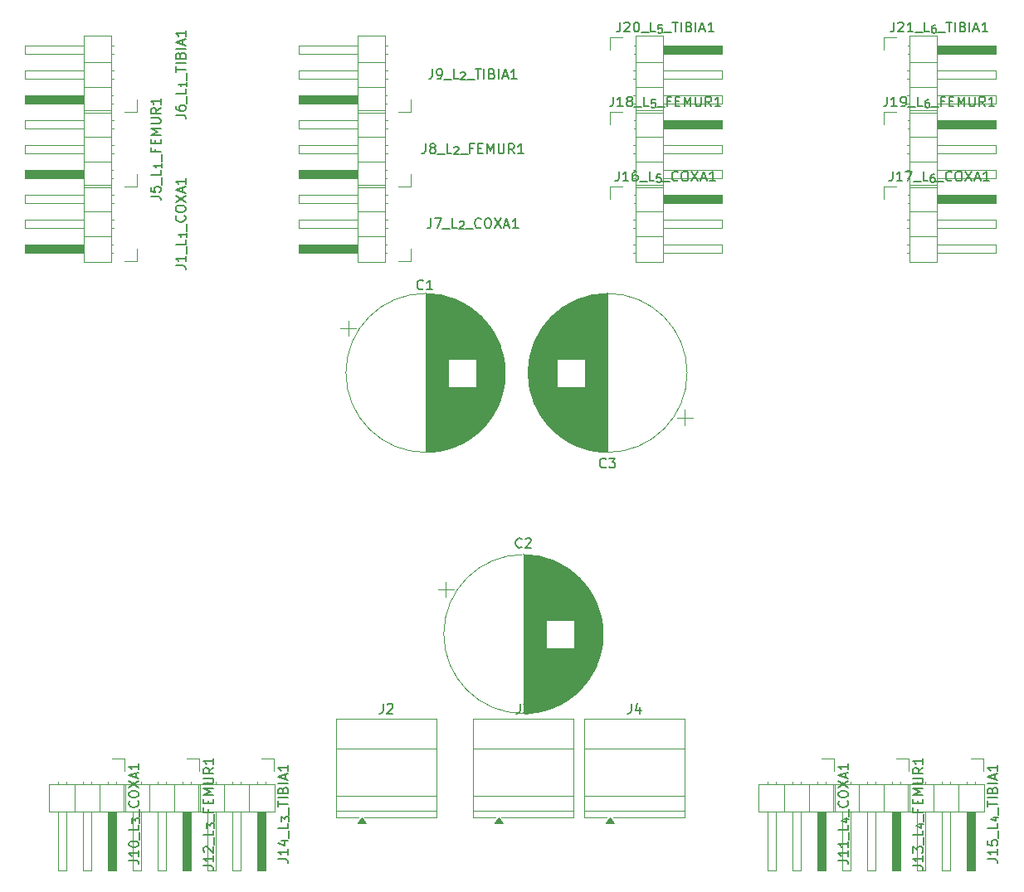
<source format=gbr>
%TF.GenerationSoftware,KiCad,Pcbnew,9.0.4*%
%TF.CreationDate,2025-09-09T23:45:02+02:00*%
%TF.ProjectId,hexapod,68657861-706f-4642-9e6b-696361645f70,rev?*%
%TF.SameCoordinates,Original*%
%TF.FileFunction,Legend,Top*%
%TF.FilePolarity,Positive*%
%FSLAX46Y46*%
G04 Gerber Fmt 4.6, Leading zero omitted, Abs format (unit mm)*
G04 Created by KiCad (PCBNEW 9.0.4) date 2025-09-09 23:45:02*
%MOMM*%
%LPD*%
G01*
G04 APERTURE LIST*
%ADD10C,0.150000*%
%ADD11C,0.120000*%
G04 APERTURE END LIST*
D10*
X150314819Y-134734047D02*
X151029104Y-134734047D01*
X151029104Y-134734047D02*
X151171961Y-134781666D01*
X151171961Y-134781666D02*
X151267200Y-134876904D01*
X151267200Y-134876904D02*
X151314819Y-135019761D01*
X151314819Y-135019761D02*
X151314819Y-135114999D01*
X151314819Y-133734047D02*
X151314819Y-134305475D01*
X151314819Y-134019761D02*
X150314819Y-134019761D01*
X150314819Y-134019761D02*
X150457676Y-134114999D01*
X150457676Y-134114999D02*
X150552914Y-134210237D01*
X150552914Y-134210237D02*
X150600533Y-134305475D01*
X150648152Y-132876904D02*
X151314819Y-132876904D01*
X150267200Y-133114999D02*
X150981485Y-133353094D01*
X150981485Y-133353094D02*
X150981485Y-132734047D01*
X151410057Y-132591190D02*
X151410057Y-131829285D01*
X151314819Y-131114999D02*
X151314819Y-131591189D01*
X151314819Y-131591189D02*
X150314819Y-131591189D01*
X150625295Y-130905475D02*
X150625295Y-130410237D01*
X150625295Y-130410237D02*
X150930057Y-130676903D01*
X150930057Y-130676903D02*
X150930057Y-130562618D01*
X150930057Y-130562618D02*
X150968152Y-130486427D01*
X150968152Y-130486427D02*
X151006247Y-130448332D01*
X151006247Y-130448332D02*
X151082438Y-130410237D01*
X151082438Y-130410237D02*
X151272914Y-130410237D01*
X151272914Y-130410237D02*
X151349104Y-130448332D01*
X151349104Y-130448332D02*
X151387200Y-130486427D01*
X151387200Y-130486427D02*
X151425295Y-130562618D01*
X151425295Y-130562618D02*
X151425295Y-130791189D01*
X151425295Y-130791189D02*
X151387200Y-130867380D01*
X151387200Y-130867380D02*
X151349104Y-130905475D01*
X151410057Y-130257856D02*
X151410057Y-129495951D01*
X150314819Y-129400712D02*
X150314819Y-128829284D01*
X151314819Y-129114998D02*
X150314819Y-129114998D01*
X151314819Y-128495950D02*
X150314819Y-128495950D01*
X150791009Y-127686427D02*
X150838628Y-127543570D01*
X150838628Y-127543570D02*
X150886247Y-127495951D01*
X150886247Y-127495951D02*
X150981485Y-127448332D01*
X150981485Y-127448332D02*
X151124342Y-127448332D01*
X151124342Y-127448332D02*
X151219580Y-127495951D01*
X151219580Y-127495951D02*
X151267200Y-127543570D01*
X151267200Y-127543570D02*
X151314819Y-127638808D01*
X151314819Y-127638808D02*
X151314819Y-128019760D01*
X151314819Y-128019760D02*
X150314819Y-128019760D01*
X150314819Y-128019760D02*
X150314819Y-127686427D01*
X150314819Y-127686427D02*
X150362438Y-127591189D01*
X150362438Y-127591189D02*
X150410057Y-127543570D01*
X150410057Y-127543570D02*
X150505295Y-127495951D01*
X150505295Y-127495951D02*
X150600533Y-127495951D01*
X150600533Y-127495951D02*
X150695771Y-127543570D01*
X150695771Y-127543570D02*
X150743390Y-127591189D01*
X150743390Y-127591189D02*
X150791009Y-127686427D01*
X150791009Y-127686427D02*
X150791009Y-128019760D01*
X151314819Y-127019760D02*
X150314819Y-127019760D01*
X151029104Y-126591189D02*
X151029104Y-126114999D01*
X151314819Y-126686427D02*
X150314819Y-126353094D01*
X150314819Y-126353094D02*
X151314819Y-126019761D01*
X151314819Y-125162618D02*
X151314819Y-125734046D01*
X151314819Y-125448332D02*
X150314819Y-125448332D01*
X150314819Y-125448332D02*
X150457676Y-125543570D01*
X150457676Y-125543570D02*
X150552914Y-125638808D01*
X150552914Y-125638808D02*
X150600533Y-125734046D01*
X212983094Y-64494819D02*
X212983094Y-65209104D01*
X212983094Y-65209104D02*
X212935475Y-65351961D01*
X212935475Y-65351961D02*
X212840237Y-65447200D01*
X212840237Y-65447200D02*
X212697380Y-65494819D01*
X212697380Y-65494819D02*
X212602142Y-65494819D01*
X213983094Y-65494819D02*
X213411666Y-65494819D01*
X213697380Y-65494819D02*
X213697380Y-64494819D01*
X213697380Y-64494819D02*
X213602142Y-64637676D01*
X213602142Y-64637676D02*
X213506904Y-64732914D01*
X213506904Y-64732914D02*
X213411666Y-64780533D01*
X214316428Y-64494819D02*
X214983094Y-64494819D01*
X214983094Y-64494819D02*
X214554523Y-65494819D01*
X215125952Y-65590057D02*
X215887856Y-65590057D01*
X216602142Y-65494819D02*
X216125952Y-65494819D01*
X216125952Y-65494819D02*
X216125952Y-64494819D01*
X217230714Y-64805295D02*
X217078333Y-64805295D01*
X217078333Y-64805295D02*
X217002142Y-64843390D01*
X217002142Y-64843390D02*
X216964047Y-64881485D01*
X216964047Y-64881485D02*
X216887857Y-64995771D01*
X216887857Y-64995771D02*
X216849761Y-65148152D01*
X216849761Y-65148152D02*
X216849761Y-65452914D01*
X216849761Y-65452914D02*
X216887857Y-65529104D01*
X216887857Y-65529104D02*
X216925952Y-65567200D01*
X216925952Y-65567200D02*
X217002142Y-65605295D01*
X217002142Y-65605295D02*
X217154523Y-65605295D01*
X217154523Y-65605295D02*
X217230714Y-65567200D01*
X217230714Y-65567200D02*
X217268809Y-65529104D01*
X217268809Y-65529104D02*
X217306904Y-65452914D01*
X217306904Y-65452914D02*
X217306904Y-65262438D01*
X217306904Y-65262438D02*
X217268809Y-65186247D01*
X217268809Y-65186247D02*
X217230714Y-65148152D01*
X217230714Y-65148152D02*
X217154523Y-65110057D01*
X217154523Y-65110057D02*
X217002142Y-65110057D01*
X217002142Y-65110057D02*
X216925952Y-65148152D01*
X216925952Y-65148152D02*
X216887857Y-65186247D01*
X216887857Y-65186247D02*
X216849761Y-65262438D01*
X217459286Y-65590057D02*
X218221190Y-65590057D01*
X219030714Y-65399580D02*
X218983095Y-65447200D01*
X218983095Y-65447200D02*
X218840238Y-65494819D01*
X218840238Y-65494819D02*
X218745000Y-65494819D01*
X218745000Y-65494819D02*
X218602143Y-65447200D01*
X218602143Y-65447200D02*
X218506905Y-65351961D01*
X218506905Y-65351961D02*
X218459286Y-65256723D01*
X218459286Y-65256723D02*
X218411667Y-65066247D01*
X218411667Y-65066247D02*
X218411667Y-64923390D01*
X218411667Y-64923390D02*
X218459286Y-64732914D01*
X218459286Y-64732914D02*
X218506905Y-64637676D01*
X218506905Y-64637676D02*
X218602143Y-64542438D01*
X218602143Y-64542438D02*
X218745000Y-64494819D01*
X218745000Y-64494819D02*
X218840238Y-64494819D01*
X218840238Y-64494819D02*
X218983095Y-64542438D01*
X218983095Y-64542438D02*
X219030714Y-64590057D01*
X219649762Y-64494819D02*
X219840238Y-64494819D01*
X219840238Y-64494819D02*
X219935476Y-64542438D01*
X219935476Y-64542438D02*
X220030714Y-64637676D01*
X220030714Y-64637676D02*
X220078333Y-64828152D01*
X220078333Y-64828152D02*
X220078333Y-65161485D01*
X220078333Y-65161485D02*
X220030714Y-65351961D01*
X220030714Y-65351961D02*
X219935476Y-65447200D01*
X219935476Y-65447200D02*
X219840238Y-65494819D01*
X219840238Y-65494819D02*
X219649762Y-65494819D01*
X219649762Y-65494819D02*
X219554524Y-65447200D01*
X219554524Y-65447200D02*
X219459286Y-65351961D01*
X219459286Y-65351961D02*
X219411667Y-65161485D01*
X219411667Y-65161485D02*
X219411667Y-64828152D01*
X219411667Y-64828152D02*
X219459286Y-64637676D01*
X219459286Y-64637676D02*
X219554524Y-64542438D01*
X219554524Y-64542438D02*
X219649762Y-64494819D01*
X220411667Y-64494819D02*
X221078333Y-65494819D01*
X221078333Y-64494819D02*
X220411667Y-65494819D01*
X221411667Y-65209104D02*
X221887857Y-65209104D01*
X221316429Y-65494819D02*
X221649762Y-64494819D01*
X221649762Y-64494819D02*
X221983095Y-65494819D01*
X222840238Y-65494819D02*
X222268810Y-65494819D01*
X222554524Y-65494819D02*
X222554524Y-64494819D01*
X222554524Y-64494819D02*
X222459286Y-64637676D01*
X222459286Y-64637676D02*
X222364048Y-64732914D01*
X222364048Y-64732914D02*
X222268810Y-64780533D01*
X185185952Y-49254819D02*
X185185952Y-49969104D01*
X185185952Y-49969104D02*
X185138333Y-50111961D01*
X185138333Y-50111961D02*
X185043095Y-50207200D01*
X185043095Y-50207200D02*
X184900238Y-50254819D01*
X184900238Y-50254819D02*
X184805000Y-50254819D01*
X185614524Y-49350057D02*
X185662143Y-49302438D01*
X185662143Y-49302438D02*
X185757381Y-49254819D01*
X185757381Y-49254819D02*
X185995476Y-49254819D01*
X185995476Y-49254819D02*
X186090714Y-49302438D01*
X186090714Y-49302438D02*
X186138333Y-49350057D01*
X186138333Y-49350057D02*
X186185952Y-49445295D01*
X186185952Y-49445295D02*
X186185952Y-49540533D01*
X186185952Y-49540533D02*
X186138333Y-49683390D01*
X186138333Y-49683390D02*
X185566905Y-50254819D01*
X185566905Y-50254819D02*
X186185952Y-50254819D01*
X186805000Y-49254819D02*
X186900238Y-49254819D01*
X186900238Y-49254819D02*
X186995476Y-49302438D01*
X186995476Y-49302438D02*
X187043095Y-49350057D01*
X187043095Y-49350057D02*
X187090714Y-49445295D01*
X187090714Y-49445295D02*
X187138333Y-49635771D01*
X187138333Y-49635771D02*
X187138333Y-49873866D01*
X187138333Y-49873866D02*
X187090714Y-50064342D01*
X187090714Y-50064342D02*
X187043095Y-50159580D01*
X187043095Y-50159580D02*
X186995476Y-50207200D01*
X186995476Y-50207200D02*
X186900238Y-50254819D01*
X186900238Y-50254819D02*
X186805000Y-50254819D01*
X186805000Y-50254819D02*
X186709762Y-50207200D01*
X186709762Y-50207200D02*
X186662143Y-50159580D01*
X186662143Y-50159580D02*
X186614524Y-50064342D01*
X186614524Y-50064342D02*
X186566905Y-49873866D01*
X186566905Y-49873866D02*
X186566905Y-49635771D01*
X186566905Y-49635771D02*
X186614524Y-49445295D01*
X186614524Y-49445295D02*
X186662143Y-49350057D01*
X186662143Y-49350057D02*
X186709762Y-49302438D01*
X186709762Y-49302438D02*
X186805000Y-49254819D01*
X187328810Y-50350057D02*
X188090714Y-50350057D01*
X188805000Y-50254819D02*
X188328810Y-50254819D01*
X188328810Y-50254819D02*
X188328810Y-49254819D01*
X189471667Y-49565295D02*
X189090715Y-49565295D01*
X189090715Y-49565295D02*
X189052619Y-49946247D01*
X189052619Y-49946247D02*
X189090715Y-49908152D01*
X189090715Y-49908152D02*
X189166905Y-49870057D01*
X189166905Y-49870057D02*
X189357381Y-49870057D01*
X189357381Y-49870057D02*
X189433572Y-49908152D01*
X189433572Y-49908152D02*
X189471667Y-49946247D01*
X189471667Y-49946247D02*
X189509762Y-50022438D01*
X189509762Y-50022438D02*
X189509762Y-50212914D01*
X189509762Y-50212914D02*
X189471667Y-50289104D01*
X189471667Y-50289104D02*
X189433572Y-50327200D01*
X189433572Y-50327200D02*
X189357381Y-50365295D01*
X189357381Y-50365295D02*
X189166905Y-50365295D01*
X189166905Y-50365295D02*
X189090715Y-50327200D01*
X189090715Y-50327200D02*
X189052619Y-50289104D01*
X189662144Y-50350057D02*
X190424048Y-50350057D01*
X190519287Y-49254819D02*
X191090715Y-49254819D01*
X190805001Y-50254819D02*
X190805001Y-49254819D01*
X191424049Y-50254819D02*
X191424049Y-49254819D01*
X192233572Y-49731009D02*
X192376429Y-49778628D01*
X192376429Y-49778628D02*
X192424048Y-49826247D01*
X192424048Y-49826247D02*
X192471667Y-49921485D01*
X192471667Y-49921485D02*
X192471667Y-50064342D01*
X192471667Y-50064342D02*
X192424048Y-50159580D01*
X192424048Y-50159580D02*
X192376429Y-50207200D01*
X192376429Y-50207200D02*
X192281191Y-50254819D01*
X192281191Y-50254819D02*
X191900239Y-50254819D01*
X191900239Y-50254819D02*
X191900239Y-49254819D01*
X191900239Y-49254819D02*
X192233572Y-49254819D01*
X192233572Y-49254819D02*
X192328810Y-49302438D01*
X192328810Y-49302438D02*
X192376429Y-49350057D01*
X192376429Y-49350057D02*
X192424048Y-49445295D01*
X192424048Y-49445295D02*
X192424048Y-49540533D01*
X192424048Y-49540533D02*
X192376429Y-49635771D01*
X192376429Y-49635771D02*
X192328810Y-49683390D01*
X192328810Y-49683390D02*
X192233572Y-49731009D01*
X192233572Y-49731009D02*
X191900239Y-49731009D01*
X192900239Y-50254819D02*
X192900239Y-49254819D01*
X193328810Y-49969104D02*
X193805000Y-49969104D01*
X193233572Y-50254819D02*
X193566905Y-49254819D01*
X193566905Y-49254819D02*
X193900238Y-50254819D01*
X194757381Y-50254819D02*
X194185953Y-50254819D01*
X194471667Y-50254819D02*
X194471667Y-49254819D01*
X194471667Y-49254819D02*
X194376429Y-49397676D01*
X194376429Y-49397676D02*
X194281191Y-49492914D01*
X194281191Y-49492914D02*
X194185953Y-49540533D01*
X174966666Y-118864819D02*
X174966666Y-119579104D01*
X174966666Y-119579104D02*
X174919047Y-119721961D01*
X174919047Y-119721961D02*
X174823809Y-119817200D01*
X174823809Y-119817200D02*
X174680952Y-119864819D01*
X174680952Y-119864819D02*
X174585714Y-119864819D01*
X175347619Y-118864819D02*
X175966666Y-118864819D01*
X175966666Y-118864819D02*
X175633333Y-119245771D01*
X175633333Y-119245771D02*
X175776190Y-119245771D01*
X175776190Y-119245771D02*
X175871428Y-119293390D01*
X175871428Y-119293390D02*
X175919047Y-119341009D01*
X175919047Y-119341009D02*
X175966666Y-119436247D01*
X175966666Y-119436247D02*
X175966666Y-119674342D01*
X175966666Y-119674342D02*
X175919047Y-119769580D01*
X175919047Y-119769580D02*
X175871428Y-119817200D01*
X175871428Y-119817200D02*
X175776190Y-119864819D01*
X175776190Y-119864819D02*
X175490476Y-119864819D01*
X175490476Y-119864819D02*
X175395238Y-119817200D01*
X175395238Y-119817200D02*
X175347619Y-119769580D01*
X165094879Y-76495033D02*
X165047260Y-76542653D01*
X165047260Y-76542653D02*
X164904403Y-76590272D01*
X164904403Y-76590272D02*
X164809165Y-76590272D01*
X164809165Y-76590272D02*
X164666308Y-76542653D01*
X164666308Y-76542653D02*
X164571070Y-76447414D01*
X164571070Y-76447414D02*
X164523451Y-76352176D01*
X164523451Y-76352176D02*
X164475832Y-76161700D01*
X164475832Y-76161700D02*
X164475832Y-76018843D01*
X164475832Y-76018843D02*
X164523451Y-75828367D01*
X164523451Y-75828367D02*
X164571070Y-75733129D01*
X164571070Y-75733129D02*
X164666308Y-75637891D01*
X164666308Y-75637891D02*
X164809165Y-75590272D01*
X164809165Y-75590272D02*
X164904403Y-75590272D01*
X164904403Y-75590272D02*
X165047260Y-75637891D01*
X165047260Y-75637891D02*
X165094879Y-75685510D01*
X166047260Y-76590272D02*
X165475832Y-76590272D01*
X165761546Y-76590272D02*
X165761546Y-75590272D01*
X165761546Y-75590272D02*
X165666308Y-75733129D01*
X165666308Y-75733129D02*
X165571070Y-75828367D01*
X165571070Y-75828367D02*
X165475832Y-75875986D01*
X160996666Y-118864819D02*
X160996666Y-119579104D01*
X160996666Y-119579104D02*
X160949047Y-119721961D01*
X160949047Y-119721961D02*
X160853809Y-119817200D01*
X160853809Y-119817200D02*
X160710952Y-119864819D01*
X160710952Y-119864819D02*
X160615714Y-119864819D01*
X161425238Y-118960057D02*
X161472857Y-118912438D01*
X161472857Y-118912438D02*
X161568095Y-118864819D01*
X161568095Y-118864819D02*
X161806190Y-118864819D01*
X161806190Y-118864819D02*
X161901428Y-118912438D01*
X161901428Y-118912438D02*
X161949047Y-118960057D01*
X161949047Y-118960057D02*
X161996666Y-119055295D01*
X161996666Y-119055295D02*
X161996666Y-119150533D01*
X161996666Y-119150533D02*
X161949047Y-119293390D01*
X161949047Y-119293390D02*
X161377619Y-119864819D01*
X161377619Y-119864819D02*
X161996666Y-119864819D01*
X135074819Y-134876905D02*
X135789104Y-134876905D01*
X135789104Y-134876905D02*
X135931961Y-134924524D01*
X135931961Y-134924524D02*
X136027200Y-135019762D01*
X136027200Y-135019762D02*
X136074819Y-135162619D01*
X136074819Y-135162619D02*
X136074819Y-135257857D01*
X136074819Y-133876905D02*
X136074819Y-134448333D01*
X136074819Y-134162619D02*
X135074819Y-134162619D01*
X135074819Y-134162619D02*
X135217676Y-134257857D01*
X135217676Y-134257857D02*
X135312914Y-134353095D01*
X135312914Y-134353095D02*
X135360533Y-134448333D01*
X135074819Y-133257857D02*
X135074819Y-133162619D01*
X135074819Y-133162619D02*
X135122438Y-133067381D01*
X135122438Y-133067381D02*
X135170057Y-133019762D01*
X135170057Y-133019762D02*
X135265295Y-132972143D01*
X135265295Y-132972143D02*
X135455771Y-132924524D01*
X135455771Y-132924524D02*
X135693866Y-132924524D01*
X135693866Y-132924524D02*
X135884342Y-132972143D01*
X135884342Y-132972143D02*
X135979580Y-133019762D01*
X135979580Y-133019762D02*
X136027200Y-133067381D01*
X136027200Y-133067381D02*
X136074819Y-133162619D01*
X136074819Y-133162619D02*
X136074819Y-133257857D01*
X136074819Y-133257857D02*
X136027200Y-133353095D01*
X136027200Y-133353095D02*
X135979580Y-133400714D01*
X135979580Y-133400714D02*
X135884342Y-133448333D01*
X135884342Y-133448333D02*
X135693866Y-133495952D01*
X135693866Y-133495952D02*
X135455771Y-133495952D01*
X135455771Y-133495952D02*
X135265295Y-133448333D01*
X135265295Y-133448333D02*
X135170057Y-133400714D01*
X135170057Y-133400714D02*
X135122438Y-133353095D01*
X135122438Y-133353095D02*
X135074819Y-133257857D01*
X136170057Y-132734048D02*
X136170057Y-131972143D01*
X136074819Y-131257857D02*
X136074819Y-131734047D01*
X136074819Y-131734047D02*
X135074819Y-131734047D01*
X135385295Y-131048333D02*
X135385295Y-130553095D01*
X135385295Y-130553095D02*
X135690057Y-130819761D01*
X135690057Y-130819761D02*
X135690057Y-130705476D01*
X135690057Y-130705476D02*
X135728152Y-130629285D01*
X135728152Y-130629285D02*
X135766247Y-130591190D01*
X135766247Y-130591190D02*
X135842438Y-130553095D01*
X135842438Y-130553095D02*
X136032914Y-130553095D01*
X136032914Y-130553095D02*
X136109104Y-130591190D01*
X136109104Y-130591190D02*
X136147200Y-130629285D01*
X136147200Y-130629285D02*
X136185295Y-130705476D01*
X136185295Y-130705476D02*
X136185295Y-130934047D01*
X136185295Y-130934047D02*
X136147200Y-131010238D01*
X136147200Y-131010238D02*
X136109104Y-131048333D01*
X136170057Y-130400714D02*
X136170057Y-129638809D01*
X135979580Y-128829285D02*
X136027200Y-128876904D01*
X136027200Y-128876904D02*
X136074819Y-129019761D01*
X136074819Y-129019761D02*
X136074819Y-129114999D01*
X136074819Y-129114999D02*
X136027200Y-129257856D01*
X136027200Y-129257856D02*
X135931961Y-129353094D01*
X135931961Y-129353094D02*
X135836723Y-129400713D01*
X135836723Y-129400713D02*
X135646247Y-129448332D01*
X135646247Y-129448332D02*
X135503390Y-129448332D01*
X135503390Y-129448332D02*
X135312914Y-129400713D01*
X135312914Y-129400713D02*
X135217676Y-129353094D01*
X135217676Y-129353094D02*
X135122438Y-129257856D01*
X135122438Y-129257856D02*
X135074819Y-129114999D01*
X135074819Y-129114999D02*
X135074819Y-129019761D01*
X135074819Y-129019761D02*
X135122438Y-128876904D01*
X135122438Y-128876904D02*
X135170057Y-128829285D01*
X135074819Y-128210237D02*
X135074819Y-128019761D01*
X135074819Y-128019761D02*
X135122438Y-127924523D01*
X135122438Y-127924523D02*
X135217676Y-127829285D01*
X135217676Y-127829285D02*
X135408152Y-127781666D01*
X135408152Y-127781666D02*
X135741485Y-127781666D01*
X135741485Y-127781666D02*
X135931961Y-127829285D01*
X135931961Y-127829285D02*
X136027200Y-127924523D01*
X136027200Y-127924523D02*
X136074819Y-128019761D01*
X136074819Y-128019761D02*
X136074819Y-128210237D01*
X136074819Y-128210237D02*
X136027200Y-128305475D01*
X136027200Y-128305475D02*
X135931961Y-128400713D01*
X135931961Y-128400713D02*
X135741485Y-128448332D01*
X135741485Y-128448332D02*
X135408152Y-128448332D01*
X135408152Y-128448332D02*
X135217676Y-128400713D01*
X135217676Y-128400713D02*
X135122438Y-128305475D01*
X135122438Y-128305475D02*
X135074819Y-128210237D01*
X135074819Y-127448332D02*
X136074819Y-126781666D01*
X135074819Y-126781666D02*
X136074819Y-127448332D01*
X135789104Y-126448332D02*
X135789104Y-125972142D01*
X136074819Y-126543570D02*
X135074819Y-126210237D01*
X135074819Y-126210237D02*
X136074819Y-125876904D01*
X136074819Y-125019761D02*
X136074819Y-125591189D01*
X136074819Y-125305475D02*
X135074819Y-125305475D01*
X135074819Y-125305475D02*
X135217676Y-125400713D01*
X135217676Y-125400713D02*
X135312914Y-125495951D01*
X135312914Y-125495951D02*
X135360533Y-125591189D01*
X165346666Y-61684819D02*
X165346666Y-62399104D01*
X165346666Y-62399104D02*
X165299047Y-62541961D01*
X165299047Y-62541961D02*
X165203809Y-62637200D01*
X165203809Y-62637200D02*
X165060952Y-62684819D01*
X165060952Y-62684819D02*
X164965714Y-62684819D01*
X165965714Y-62113390D02*
X165870476Y-62065771D01*
X165870476Y-62065771D02*
X165822857Y-62018152D01*
X165822857Y-62018152D02*
X165775238Y-61922914D01*
X165775238Y-61922914D02*
X165775238Y-61875295D01*
X165775238Y-61875295D02*
X165822857Y-61780057D01*
X165822857Y-61780057D02*
X165870476Y-61732438D01*
X165870476Y-61732438D02*
X165965714Y-61684819D01*
X165965714Y-61684819D02*
X166156190Y-61684819D01*
X166156190Y-61684819D02*
X166251428Y-61732438D01*
X166251428Y-61732438D02*
X166299047Y-61780057D01*
X166299047Y-61780057D02*
X166346666Y-61875295D01*
X166346666Y-61875295D02*
X166346666Y-61922914D01*
X166346666Y-61922914D02*
X166299047Y-62018152D01*
X166299047Y-62018152D02*
X166251428Y-62065771D01*
X166251428Y-62065771D02*
X166156190Y-62113390D01*
X166156190Y-62113390D02*
X165965714Y-62113390D01*
X165965714Y-62113390D02*
X165870476Y-62161009D01*
X165870476Y-62161009D02*
X165822857Y-62208628D01*
X165822857Y-62208628D02*
X165775238Y-62303866D01*
X165775238Y-62303866D02*
X165775238Y-62494342D01*
X165775238Y-62494342D02*
X165822857Y-62589580D01*
X165822857Y-62589580D02*
X165870476Y-62637200D01*
X165870476Y-62637200D02*
X165965714Y-62684819D01*
X165965714Y-62684819D02*
X166156190Y-62684819D01*
X166156190Y-62684819D02*
X166251428Y-62637200D01*
X166251428Y-62637200D02*
X166299047Y-62589580D01*
X166299047Y-62589580D02*
X166346666Y-62494342D01*
X166346666Y-62494342D02*
X166346666Y-62303866D01*
X166346666Y-62303866D02*
X166299047Y-62208628D01*
X166299047Y-62208628D02*
X166251428Y-62161009D01*
X166251428Y-62161009D02*
X166156190Y-62113390D01*
X166537143Y-62780057D02*
X167299047Y-62780057D01*
X168013333Y-62684819D02*
X167537143Y-62684819D01*
X167537143Y-62684819D02*
X167537143Y-61684819D01*
X168260952Y-62071485D02*
X168299048Y-62033390D01*
X168299048Y-62033390D02*
X168375238Y-61995295D01*
X168375238Y-61995295D02*
X168565714Y-61995295D01*
X168565714Y-61995295D02*
X168641905Y-62033390D01*
X168641905Y-62033390D02*
X168680000Y-62071485D01*
X168680000Y-62071485D02*
X168718095Y-62147676D01*
X168718095Y-62147676D02*
X168718095Y-62223866D01*
X168718095Y-62223866D02*
X168680000Y-62338152D01*
X168680000Y-62338152D02*
X168222857Y-62795295D01*
X168222857Y-62795295D02*
X168718095Y-62795295D01*
X168870477Y-62780057D02*
X169632381Y-62780057D01*
X170203810Y-62161009D02*
X169870477Y-62161009D01*
X169870477Y-62684819D02*
X169870477Y-61684819D01*
X169870477Y-61684819D02*
X170346667Y-61684819D01*
X170727620Y-62161009D02*
X171060953Y-62161009D01*
X171203810Y-62684819D02*
X170727620Y-62684819D01*
X170727620Y-62684819D02*
X170727620Y-61684819D01*
X170727620Y-61684819D02*
X171203810Y-61684819D01*
X171632382Y-62684819D02*
X171632382Y-61684819D01*
X171632382Y-61684819D02*
X171965715Y-62399104D01*
X171965715Y-62399104D02*
X172299048Y-61684819D01*
X172299048Y-61684819D02*
X172299048Y-62684819D01*
X172775239Y-61684819D02*
X172775239Y-62494342D01*
X172775239Y-62494342D02*
X172822858Y-62589580D01*
X172822858Y-62589580D02*
X172870477Y-62637200D01*
X172870477Y-62637200D02*
X172965715Y-62684819D01*
X172965715Y-62684819D02*
X173156191Y-62684819D01*
X173156191Y-62684819D02*
X173251429Y-62637200D01*
X173251429Y-62637200D02*
X173299048Y-62589580D01*
X173299048Y-62589580D02*
X173346667Y-62494342D01*
X173346667Y-62494342D02*
X173346667Y-61684819D01*
X174394286Y-62684819D02*
X174060953Y-62208628D01*
X173822858Y-62684819D02*
X173822858Y-61684819D01*
X173822858Y-61684819D02*
X174203810Y-61684819D01*
X174203810Y-61684819D02*
X174299048Y-61732438D01*
X174299048Y-61732438D02*
X174346667Y-61780057D01*
X174346667Y-61780057D02*
X174394286Y-61875295D01*
X174394286Y-61875295D02*
X174394286Y-62018152D01*
X174394286Y-62018152D02*
X174346667Y-62113390D01*
X174346667Y-62113390D02*
X174299048Y-62161009D01*
X174299048Y-62161009D02*
X174203810Y-62208628D01*
X174203810Y-62208628D02*
X173822858Y-62208628D01*
X175346667Y-62684819D02*
X174775239Y-62684819D01*
X175060953Y-62684819D02*
X175060953Y-61684819D01*
X175060953Y-61684819D02*
X174965715Y-61827676D01*
X174965715Y-61827676D02*
X174870477Y-61922914D01*
X174870477Y-61922914D02*
X174775239Y-61970533D01*
X215084819Y-135424524D02*
X215799104Y-135424524D01*
X215799104Y-135424524D02*
X215941961Y-135472143D01*
X215941961Y-135472143D02*
X216037200Y-135567381D01*
X216037200Y-135567381D02*
X216084819Y-135710238D01*
X216084819Y-135710238D02*
X216084819Y-135805476D01*
X216084819Y-134424524D02*
X216084819Y-134995952D01*
X216084819Y-134710238D02*
X215084819Y-134710238D01*
X215084819Y-134710238D02*
X215227676Y-134805476D01*
X215227676Y-134805476D02*
X215322914Y-134900714D01*
X215322914Y-134900714D02*
X215370533Y-134995952D01*
X215084819Y-134091190D02*
X215084819Y-133472143D01*
X215084819Y-133472143D02*
X215465771Y-133805476D01*
X215465771Y-133805476D02*
X215465771Y-133662619D01*
X215465771Y-133662619D02*
X215513390Y-133567381D01*
X215513390Y-133567381D02*
X215561009Y-133519762D01*
X215561009Y-133519762D02*
X215656247Y-133472143D01*
X215656247Y-133472143D02*
X215894342Y-133472143D01*
X215894342Y-133472143D02*
X215989580Y-133519762D01*
X215989580Y-133519762D02*
X216037200Y-133567381D01*
X216037200Y-133567381D02*
X216084819Y-133662619D01*
X216084819Y-133662619D02*
X216084819Y-133948333D01*
X216084819Y-133948333D02*
X216037200Y-134043571D01*
X216037200Y-134043571D02*
X215989580Y-134091190D01*
X216180057Y-133281667D02*
X216180057Y-132519762D01*
X216084819Y-131805476D02*
X216084819Y-132281666D01*
X216084819Y-132281666D02*
X215084819Y-132281666D01*
X215661961Y-131176904D02*
X216195295Y-131176904D01*
X215357200Y-131367380D02*
X215928628Y-131557857D01*
X215928628Y-131557857D02*
X215928628Y-131062618D01*
X216180057Y-130948333D02*
X216180057Y-130186428D01*
X215561009Y-129614999D02*
X215561009Y-129948332D01*
X216084819Y-129948332D02*
X215084819Y-129948332D01*
X215084819Y-129948332D02*
X215084819Y-129472142D01*
X215561009Y-129091189D02*
X215561009Y-128757856D01*
X216084819Y-128614999D02*
X216084819Y-129091189D01*
X216084819Y-129091189D02*
X215084819Y-129091189D01*
X215084819Y-129091189D02*
X215084819Y-128614999D01*
X216084819Y-128186427D02*
X215084819Y-128186427D01*
X215084819Y-128186427D02*
X215799104Y-127853094D01*
X215799104Y-127853094D02*
X215084819Y-127519761D01*
X215084819Y-127519761D02*
X216084819Y-127519761D01*
X215084819Y-127043570D02*
X215894342Y-127043570D01*
X215894342Y-127043570D02*
X215989580Y-126995951D01*
X215989580Y-126995951D02*
X216037200Y-126948332D01*
X216037200Y-126948332D02*
X216084819Y-126853094D01*
X216084819Y-126853094D02*
X216084819Y-126662618D01*
X216084819Y-126662618D02*
X216037200Y-126567380D01*
X216037200Y-126567380D02*
X215989580Y-126519761D01*
X215989580Y-126519761D02*
X215894342Y-126472142D01*
X215894342Y-126472142D02*
X215084819Y-126472142D01*
X216084819Y-125424523D02*
X215608628Y-125757856D01*
X216084819Y-125995951D02*
X215084819Y-125995951D01*
X215084819Y-125995951D02*
X215084819Y-125614999D01*
X215084819Y-125614999D02*
X215132438Y-125519761D01*
X215132438Y-125519761D02*
X215180057Y-125472142D01*
X215180057Y-125472142D02*
X215275295Y-125424523D01*
X215275295Y-125424523D02*
X215418152Y-125424523D01*
X215418152Y-125424523D02*
X215513390Y-125472142D01*
X215513390Y-125472142D02*
X215561009Y-125519761D01*
X215561009Y-125519761D02*
X215608628Y-125614999D01*
X215608628Y-125614999D02*
X215608628Y-125995951D01*
X216084819Y-124472142D02*
X216084819Y-125043570D01*
X216084819Y-124757856D02*
X215084819Y-124757856D01*
X215084819Y-124757856D02*
X215227676Y-124853094D01*
X215227676Y-124853094D02*
X215322914Y-124948332D01*
X215322914Y-124948332D02*
X215370533Y-125043570D01*
X139849819Y-74135714D02*
X140564104Y-74135714D01*
X140564104Y-74135714D02*
X140706961Y-74183333D01*
X140706961Y-74183333D02*
X140802200Y-74278571D01*
X140802200Y-74278571D02*
X140849819Y-74421428D01*
X140849819Y-74421428D02*
X140849819Y-74516666D01*
X140849819Y-73135714D02*
X140849819Y-73707142D01*
X140849819Y-73421428D02*
X139849819Y-73421428D01*
X139849819Y-73421428D02*
X139992676Y-73516666D01*
X139992676Y-73516666D02*
X140087914Y-73611904D01*
X140087914Y-73611904D02*
X140135533Y-73707142D01*
X140945057Y-72945238D02*
X140945057Y-72183333D01*
X140849819Y-71469047D02*
X140849819Y-71945237D01*
X140849819Y-71945237D02*
X139849819Y-71945237D01*
X140960295Y-70764285D02*
X140960295Y-71221428D01*
X140960295Y-70992856D02*
X140160295Y-70992856D01*
X140160295Y-70992856D02*
X140274580Y-71069047D01*
X140274580Y-71069047D02*
X140350771Y-71145237D01*
X140350771Y-71145237D02*
X140388866Y-71221428D01*
X140945057Y-70611904D02*
X140945057Y-69849999D01*
X140754580Y-69040475D02*
X140802200Y-69088094D01*
X140802200Y-69088094D02*
X140849819Y-69230951D01*
X140849819Y-69230951D02*
X140849819Y-69326189D01*
X140849819Y-69326189D02*
X140802200Y-69469046D01*
X140802200Y-69469046D02*
X140706961Y-69564284D01*
X140706961Y-69564284D02*
X140611723Y-69611903D01*
X140611723Y-69611903D02*
X140421247Y-69659522D01*
X140421247Y-69659522D02*
X140278390Y-69659522D01*
X140278390Y-69659522D02*
X140087914Y-69611903D01*
X140087914Y-69611903D02*
X139992676Y-69564284D01*
X139992676Y-69564284D02*
X139897438Y-69469046D01*
X139897438Y-69469046D02*
X139849819Y-69326189D01*
X139849819Y-69326189D02*
X139849819Y-69230951D01*
X139849819Y-69230951D02*
X139897438Y-69088094D01*
X139897438Y-69088094D02*
X139945057Y-69040475D01*
X139849819Y-68421427D02*
X139849819Y-68230951D01*
X139849819Y-68230951D02*
X139897438Y-68135713D01*
X139897438Y-68135713D02*
X139992676Y-68040475D01*
X139992676Y-68040475D02*
X140183152Y-67992856D01*
X140183152Y-67992856D02*
X140516485Y-67992856D01*
X140516485Y-67992856D02*
X140706961Y-68040475D01*
X140706961Y-68040475D02*
X140802200Y-68135713D01*
X140802200Y-68135713D02*
X140849819Y-68230951D01*
X140849819Y-68230951D02*
X140849819Y-68421427D01*
X140849819Y-68421427D02*
X140802200Y-68516665D01*
X140802200Y-68516665D02*
X140706961Y-68611903D01*
X140706961Y-68611903D02*
X140516485Y-68659522D01*
X140516485Y-68659522D02*
X140183152Y-68659522D01*
X140183152Y-68659522D02*
X139992676Y-68611903D01*
X139992676Y-68611903D02*
X139897438Y-68516665D01*
X139897438Y-68516665D02*
X139849819Y-68421427D01*
X139849819Y-67659522D02*
X140849819Y-66992856D01*
X139849819Y-66992856D02*
X140849819Y-67659522D01*
X140564104Y-66659522D02*
X140564104Y-66183332D01*
X140849819Y-66754760D02*
X139849819Y-66421427D01*
X139849819Y-66421427D02*
X140849819Y-66088094D01*
X140849819Y-65230951D02*
X140849819Y-65802379D01*
X140849819Y-65516665D02*
X139849819Y-65516665D01*
X139849819Y-65516665D02*
X139992676Y-65611903D01*
X139992676Y-65611903D02*
X140087914Y-65707141D01*
X140087914Y-65707141D02*
X140135533Y-65802379D01*
X142694819Y-135424524D02*
X143409104Y-135424524D01*
X143409104Y-135424524D02*
X143551961Y-135472143D01*
X143551961Y-135472143D02*
X143647200Y-135567381D01*
X143647200Y-135567381D02*
X143694819Y-135710238D01*
X143694819Y-135710238D02*
X143694819Y-135805476D01*
X143694819Y-134424524D02*
X143694819Y-134995952D01*
X143694819Y-134710238D02*
X142694819Y-134710238D01*
X142694819Y-134710238D02*
X142837676Y-134805476D01*
X142837676Y-134805476D02*
X142932914Y-134900714D01*
X142932914Y-134900714D02*
X142980533Y-134995952D01*
X142790057Y-134043571D02*
X142742438Y-133995952D01*
X142742438Y-133995952D02*
X142694819Y-133900714D01*
X142694819Y-133900714D02*
X142694819Y-133662619D01*
X142694819Y-133662619D02*
X142742438Y-133567381D01*
X142742438Y-133567381D02*
X142790057Y-133519762D01*
X142790057Y-133519762D02*
X142885295Y-133472143D01*
X142885295Y-133472143D02*
X142980533Y-133472143D01*
X142980533Y-133472143D02*
X143123390Y-133519762D01*
X143123390Y-133519762D02*
X143694819Y-134091190D01*
X143694819Y-134091190D02*
X143694819Y-133472143D01*
X143790057Y-133281667D02*
X143790057Y-132519762D01*
X143694819Y-131805476D02*
X143694819Y-132281666D01*
X143694819Y-132281666D02*
X142694819Y-132281666D01*
X143005295Y-131595952D02*
X143005295Y-131100714D01*
X143005295Y-131100714D02*
X143310057Y-131367380D01*
X143310057Y-131367380D02*
X143310057Y-131253095D01*
X143310057Y-131253095D02*
X143348152Y-131176904D01*
X143348152Y-131176904D02*
X143386247Y-131138809D01*
X143386247Y-131138809D02*
X143462438Y-131100714D01*
X143462438Y-131100714D02*
X143652914Y-131100714D01*
X143652914Y-131100714D02*
X143729104Y-131138809D01*
X143729104Y-131138809D02*
X143767200Y-131176904D01*
X143767200Y-131176904D02*
X143805295Y-131253095D01*
X143805295Y-131253095D02*
X143805295Y-131481666D01*
X143805295Y-131481666D02*
X143767200Y-131557857D01*
X143767200Y-131557857D02*
X143729104Y-131595952D01*
X143790057Y-130948333D02*
X143790057Y-130186428D01*
X143171009Y-129614999D02*
X143171009Y-129948332D01*
X143694819Y-129948332D02*
X142694819Y-129948332D01*
X142694819Y-129948332D02*
X142694819Y-129472142D01*
X143171009Y-129091189D02*
X143171009Y-128757856D01*
X143694819Y-128614999D02*
X143694819Y-129091189D01*
X143694819Y-129091189D02*
X142694819Y-129091189D01*
X142694819Y-129091189D02*
X142694819Y-128614999D01*
X143694819Y-128186427D02*
X142694819Y-128186427D01*
X142694819Y-128186427D02*
X143409104Y-127853094D01*
X143409104Y-127853094D02*
X142694819Y-127519761D01*
X142694819Y-127519761D02*
X143694819Y-127519761D01*
X142694819Y-127043570D02*
X143504342Y-127043570D01*
X143504342Y-127043570D02*
X143599580Y-126995951D01*
X143599580Y-126995951D02*
X143647200Y-126948332D01*
X143647200Y-126948332D02*
X143694819Y-126853094D01*
X143694819Y-126853094D02*
X143694819Y-126662618D01*
X143694819Y-126662618D02*
X143647200Y-126567380D01*
X143647200Y-126567380D02*
X143599580Y-126519761D01*
X143599580Y-126519761D02*
X143504342Y-126472142D01*
X143504342Y-126472142D02*
X142694819Y-126472142D01*
X143694819Y-125424523D02*
X143218628Y-125757856D01*
X143694819Y-125995951D02*
X142694819Y-125995951D01*
X142694819Y-125995951D02*
X142694819Y-125614999D01*
X142694819Y-125614999D02*
X142742438Y-125519761D01*
X142742438Y-125519761D02*
X142790057Y-125472142D01*
X142790057Y-125472142D02*
X142885295Y-125424523D01*
X142885295Y-125424523D02*
X143028152Y-125424523D01*
X143028152Y-125424523D02*
X143123390Y-125472142D01*
X143123390Y-125472142D02*
X143171009Y-125519761D01*
X143171009Y-125519761D02*
X143218628Y-125614999D01*
X143218628Y-125614999D02*
X143218628Y-125995951D01*
X143694819Y-124472142D02*
X143694819Y-125043570D01*
X143694819Y-124757856D02*
X142694819Y-124757856D01*
X142694819Y-124757856D02*
X142837676Y-124853094D01*
X142837676Y-124853094D02*
X142932914Y-124948332D01*
X142932914Y-124948332D02*
X142980533Y-125043570D01*
X186316666Y-118864819D02*
X186316666Y-119579104D01*
X186316666Y-119579104D02*
X186269047Y-119721961D01*
X186269047Y-119721961D02*
X186173809Y-119817200D01*
X186173809Y-119817200D02*
X186030952Y-119864819D01*
X186030952Y-119864819D02*
X185935714Y-119864819D01*
X187221428Y-119198152D02*
X187221428Y-119864819D01*
X186983333Y-118817200D02*
X186745238Y-119531485D01*
X186745238Y-119531485D02*
X187364285Y-119531485D01*
X185043094Y-64494819D02*
X185043094Y-65209104D01*
X185043094Y-65209104D02*
X184995475Y-65351961D01*
X184995475Y-65351961D02*
X184900237Y-65447200D01*
X184900237Y-65447200D02*
X184757380Y-65494819D01*
X184757380Y-65494819D02*
X184662142Y-65494819D01*
X186043094Y-65494819D02*
X185471666Y-65494819D01*
X185757380Y-65494819D02*
X185757380Y-64494819D01*
X185757380Y-64494819D02*
X185662142Y-64637676D01*
X185662142Y-64637676D02*
X185566904Y-64732914D01*
X185566904Y-64732914D02*
X185471666Y-64780533D01*
X186900237Y-64494819D02*
X186709761Y-64494819D01*
X186709761Y-64494819D02*
X186614523Y-64542438D01*
X186614523Y-64542438D02*
X186566904Y-64590057D01*
X186566904Y-64590057D02*
X186471666Y-64732914D01*
X186471666Y-64732914D02*
X186424047Y-64923390D01*
X186424047Y-64923390D02*
X186424047Y-65304342D01*
X186424047Y-65304342D02*
X186471666Y-65399580D01*
X186471666Y-65399580D02*
X186519285Y-65447200D01*
X186519285Y-65447200D02*
X186614523Y-65494819D01*
X186614523Y-65494819D02*
X186804999Y-65494819D01*
X186804999Y-65494819D02*
X186900237Y-65447200D01*
X186900237Y-65447200D02*
X186947856Y-65399580D01*
X186947856Y-65399580D02*
X186995475Y-65304342D01*
X186995475Y-65304342D02*
X186995475Y-65066247D01*
X186995475Y-65066247D02*
X186947856Y-64971009D01*
X186947856Y-64971009D02*
X186900237Y-64923390D01*
X186900237Y-64923390D02*
X186804999Y-64875771D01*
X186804999Y-64875771D02*
X186614523Y-64875771D01*
X186614523Y-64875771D02*
X186519285Y-64923390D01*
X186519285Y-64923390D02*
X186471666Y-64971009D01*
X186471666Y-64971009D02*
X186424047Y-65066247D01*
X187185952Y-65590057D02*
X187947856Y-65590057D01*
X188662142Y-65494819D02*
X188185952Y-65494819D01*
X188185952Y-65494819D02*
X188185952Y-64494819D01*
X189328809Y-64805295D02*
X188947857Y-64805295D01*
X188947857Y-64805295D02*
X188909761Y-65186247D01*
X188909761Y-65186247D02*
X188947857Y-65148152D01*
X188947857Y-65148152D02*
X189024047Y-65110057D01*
X189024047Y-65110057D02*
X189214523Y-65110057D01*
X189214523Y-65110057D02*
X189290714Y-65148152D01*
X189290714Y-65148152D02*
X189328809Y-65186247D01*
X189328809Y-65186247D02*
X189366904Y-65262438D01*
X189366904Y-65262438D02*
X189366904Y-65452914D01*
X189366904Y-65452914D02*
X189328809Y-65529104D01*
X189328809Y-65529104D02*
X189290714Y-65567200D01*
X189290714Y-65567200D02*
X189214523Y-65605295D01*
X189214523Y-65605295D02*
X189024047Y-65605295D01*
X189024047Y-65605295D02*
X188947857Y-65567200D01*
X188947857Y-65567200D02*
X188909761Y-65529104D01*
X189519286Y-65590057D02*
X190281190Y-65590057D01*
X191090714Y-65399580D02*
X191043095Y-65447200D01*
X191043095Y-65447200D02*
X190900238Y-65494819D01*
X190900238Y-65494819D02*
X190805000Y-65494819D01*
X190805000Y-65494819D02*
X190662143Y-65447200D01*
X190662143Y-65447200D02*
X190566905Y-65351961D01*
X190566905Y-65351961D02*
X190519286Y-65256723D01*
X190519286Y-65256723D02*
X190471667Y-65066247D01*
X190471667Y-65066247D02*
X190471667Y-64923390D01*
X190471667Y-64923390D02*
X190519286Y-64732914D01*
X190519286Y-64732914D02*
X190566905Y-64637676D01*
X190566905Y-64637676D02*
X190662143Y-64542438D01*
X190662143Y-64542438D02*
X190805000Y-64494819D01*
X190805000Y-64494819D02*
X190900238Y-64494819D01*
X190900238Y-64494819D02*
X191043095Y-64542438D01*
X191043095Y-64542438D02*
X191090714Y-64590057D01*
X191709762Y-64494819D02*
X191900238Y-64494819D01*
X191900238Y-64494819D02*
X191995476Y-64542438D01*
X191995476Y-64542438D02*
X192090714Y-64637676D01*
X192090714Y-64637676D02*
X192138333Y-64828152D01*
X192138333Y-64828152D02*
X192138333Y-65161485D01*
X192138333Y-65161485D02*
X192090714Y-65351961D01*
X192090714Y-65351961D02*
X191995476Y-65447200D01*
X191995476Y-65447200D02*
X191900238Y-65494819D01*
X191900238Y-65494819D02*
X191709762Y-65494819D01*
X191709762Y-65494819D02*
X191614524Y-65447200D01*
X191614524Y-65447200D02*
X191519286Y-65351961D01*
X191519286Y-65351961D02*
X191471667Y-65161485D01*
X191471667Y-65161485D02*
X191471667Y-64828152D01*
X191471667Y-64828152D02*
X191519286Y-64637676D01*
X191519286Y-64637676D02*
X191614524Y-64542438D01*
X191614524Y-64542438D02*
X191709762Y-64494819D01*
X192471667Y-64494819D02*
X193138333Y-65494819D01*
X193138333Y-64494819D02*
X192471667Y-65494819D01*
X193471667Y-65209104D02*
X193947857Y-65209104D01*
X193376429Y-65494819D02*
X193709762Y-64494819D01*
X193709762Y-64494819D02*
X194043095Y-65494819D01*
X194900238Y-65494819D02*
X194328810Y-65494819D01*
X194614524Y-65494819D02*
X194614524Y-64494819D01*
X194614524Y-64494819D02*
X194519286Y-64637676D01*
X194519286Y-64637676D02*
X194424048Y-64732914D01*
X194424048Y-64732914D02*
X194328810Y-64780533D01*
X207464819Y-134876905D02*
X208179104Y-134876905D01*
X208179104Y-134876905D02*
X208321961Y-134924524D01*
X208321961Y-134924524D02*
X208417200Y-135019762D01*
X208417200Y-135019762D02*
X208464819Y-135162619D01*
X208464819Y-135162619D02*
X208464819Y-135257857D01*
X208464819Y-133876905D02*
X208464819Y-134448333D01*
X208464819Y-134162619D02*
X207464819Y-134162619D01*
X207464819Y-134162619D02*
X207607676Y-134257857D01*
X207607676Y-134257857D02*
X207702914Y-134353095D01*
X207702914Y-134353095D02*
X207750533Y-134448333D01*
X208464819Y-132924524D02*
X208464819Y-133495952D01*
X208464819Y-133210238D02*
X207464819Y-133210238D01*
X207464819Y-133210238D02*
X207607676Y-133305476D01*
X207607676Y-133305476D02*
X207702914Y-133400714D01*
X207702914Y-133400714D02*
X207750533Y-133495952D01*
X208560057Y-132734048D02*
X208560057Y-131972143D01*
X208464819Y-131257857D02*
X208464819Y-131734047D01*
X208464819Y-131734047D02*
X207464819Y-131734047D01*
X208041961Y-130629285D02*
X208575295Y-130629285D01*
X207737200Y-130819761D02*
X208308628Y-131010238D01*
X208308628Y-131010238D02*
X208308628Y-130514999D01*
X208560057Y-130400714D02*
X208560057Y-129638809D01*
X208369580Y-128829285D02*
X208417200Y-128876904D01*
X208417200Y-128876904D02*
X208464819Y-129019761D01*
X208464819Y-129019761D02*
X208464819Y-129114999D01*
X208464819Y-129114999D02*
X208417200Y-129257856D01*
X208417200Y-129257856D02*
X208321961Y-129353094D01*
X208321961Y-129353094D02*
X208226723Y-129400713D01*
X208226723Y-129400713D02*
X208036247Y-129448332D01*
X208036247Y-129448332D02*
X207893390Y-129448332D01*
X207893390Y-129448332D02*
X207702914Y-129400713D01*
X207702914Y-129400713D02*
X207607676Y-129353094D01*
X207607676Y-129353094D02*
X207512438Y-129257856D01*
X207512438Y-129257856D02*
X207464819Y-129114999D01*
X207464819Y-129114999D02*
X207464819Y-129019761D01*
X207464819Y-129019761D02*
X207512438Y-128876904D01*
X207512438Y-128876904D02*
X207560057Y-128829285D01*
X207464819Y-128210237D02*
X207464819Y-128019761D01*
X207464819Y-128019761D02*
X207512438Y-127924523D01*
X207512438Y-127924523D02*
X207607676Y-127829285D01*
X207607676Y-127829285D02*
X207798152Y-127781666D01*
X207798152Y-127781666D02*
X208131485Y-127781666D01*
X208131485Y-127781666D02*
X208321961Y-127829285D01*
X208321961Y-127829285D02*
X208417200Y-127924523D01*
X208417200Y-127924523D02*
X208464819Y-128019761D01*
X208464819Y-128019761D02*
X208464819Y-128210237D01*
X208464819Y-128210237D02*
X208417200Y-128305475D01*
X208417200Y-128305475D02*
X208321961Y-128400713D01*
X208321961Y-128400713D02*
X208131485Y-128448332D01*
X208131485Y-128448332D02*
X207798152Y-128448332D01*
X207798152Y-128448332D02*
X207607676Y-128400713D01*
X207607676Y-128400713D02*
X207512438Y-128305475D01*
X207512438Y-128305475D02*
X207464819Y-128210237D01*
X207464819Y-127448332D02*
X208464819Y-126781666D01*
X207464819Y-126781666D02*
X208464819Y-127448332D01*
X208179104Y-126448332D02*
X208179104Y-125972142D01*
X208464819Y-126543570D02*
X207464819Y-126210237D01*
X207464819Y-126210237D02*
X208464819Y-125876904D01*
X208464819Y-125019761D02*
X208464819Y-125591189D01*
X208464819Y-125305475D02*
X207464819Y-125305475D01*
X207464819Y-125305475D02*
X207607676Y-125400713D01*
X207607676Y-125400713D02*
X207702914Y-125495951D01*
X207702914Y-125495951D02*
X207750533Y-125591189D01*
X139849819Y-58752857D02*
X140564104Y-58752857D01*
X140564104Y-58752857D02*
X140706961Y-58800476D01*
X140706961Y-58800476D02*
X140802200Y-58895714D01*
X140802200Y-58895714D02*
X140849819Y-59038571D01*
X140849819Y-59038571D02*
X140849819Y-59133809D01*
X139849819Y-57848095D02*
X139849819Y-58038571D01*
X139849819Y-58038571D02*
X139897438Y-58133809D01*
X139897438Y-58133809D02*
X139945057Y-58181428D01*
X139945057Y-58181428D02*
X140087914Y-58276666D01*
X140087914Y-58276666D02*
X140278390Y-58324285D01*
X140278390Y-58324285D02*
X140659342Y-58324285D01*
X140659342Y-58324285D02*
X140754580Y-58276666D01*
X140754580Y-58276666D02*
X140802200Y-58229047D01*
X140802200Y-58229047D02*
X140849819Y-58133809D01*
X140849819Y-58133809D02*
X140849819Y-57943333D01*
X140849819Y-57943333D02*
X140802200Y-57848095D01*
X140802200Y-57848095D02*
X140754580Y-57800476D01*
X140754580Y-57800476D02*
X140659342Y-57752857D01*
X140659342Y-57752857D02*
X140421247Y-57752857D01*
X140421247Y-57752857D02*
X140326009Y-57800476D01*
X140326009Y-57800476D02*
X140278390Y-57848095D01*
X140278390Y-57848095D02*
X140230771Y-57943333D01*
X140230771Y-57943333D02*
X140230771Y-58133809D01*
X140230771Y-58133809D02*
X140278390Y-58229047D01*
X140278390Y-58229047D02*
X140326009Y-58276666D01*
X140326009Y-58276666D02*
X140421247Y-58324285D01*
X140945057Y-57562381D02*
X140945057Y-56800476D01*
X140849819Y-56086190D02*
X140849819Y-56562380D01*
X140849819Y-56562380D02*
X139849819Y-56562380D01*
X140960295Y-55381428D02*
X140960295Y-55838571D01*
X140960295Y-55609999D02*
X140160295Y-55609999D01*
X140160295Y-55609999D02*
X140274580Y-55686190D01*
X140274580Y-55686190D02*
X140350771Y-55762380D01*
X140350771Y-55762380D02*
X140388866Y-55838571D01*
X140945057Y-55229047D02*
X140945057Y-54467142D01*
X139849819Y-54371903D02*
X139849819Y-53800475D01*
X140849819Y-54086189D02*
X139849819Y-54086189D01*
X140849819Y-53467141D02*
X139849819Y-53467141D01*
X140326009Y-52657618D02*
X140373628Y-52514761D01*
X140373628Y-52514761D02*
X140421247Y-52467142D01*
X140421247Y-52467142D02*
X140516485Y-52419523D01*
X140516485Y-52419523D02*
X140659342Y-52419523D01*
X140659342Y-52419523D02*
X140754580Y-52467142D01*
X140754580Y-52467142D02*
X140802200Y-52514761D01*
X140802200Y-52514761D02*
X140849819Y-52609999D01*
X140849819Y-52609999D02*
X140849819Y-52990951D01*
X140849819Y-52990951D02*
X139849819Y-52990951D01*
X139849819Y-52990951D02*
X139849819Y-52657618D01*
X139849819Y-52657618D02*
X139897438Y-52562380D01*
X139897438Y-52562380D02*
X139945057Y-52514761D01*
X139945057Y-52514761D02*
X140040295Y-52467142D01*
X140040295Y-52467142D02*
X140135533Y-52467142D01*
X140135533Y-52467142D02*
X140230771Y-52514761D01*
X140230771Y-52514761D02*
X140278390Y-52562380D01*
X140278390Y-52562380D02*
X140326009Y-52657618D01*
X140326009Y-52657618D02*
X140326009Y-52990951D01*
X140849819Y-51990951D02*
X139849819Y-51990951D01*
X140564104Y-51562380D02*
X140564104Y-51086190D01*
X140849819Y-51657618D02*
X139849819Y-51324285D01*
X139849819Y-51324285D02*
X140849819Y-50990952D01*
X140849819Y-50133809D02*
X140849819Y-50705237D01*
X140849819Y-50419523D02*
X139849819Y-50419523D01*
X139849819Y-50419523D02*
X139992676Y-50514761D01*
X139992676Y-50514761D02*
X140087914Y-50609999D01*
X140087914Y-50609999D02*
X140135533Y-50705237D01*
X222704819Y-134734047D02*
X223419104Y-134734047D01*
X223419104Y-134734047D02*
X223561961Y-134781666D01*
X223561961Y-134781666D02*
X223657200Y-134876904D01*
X223657200Y-134876904D02*
X223704819Y-135019761D01*
X223704819Y-135019761D02*
X223704819Y-135114999D01*
X223704819Y-133734047D02*
X223704819Y-134305475D01*
X223704819Y-134019761D02*
X222704819Y-134019761D01*
X222704819Y-134019761D02*
X222847676Y-134114999D01*
X222847676Y-134114999D02*
X222942914Y-134210237D01*
X222942914Y-134210237D02*
X222990533Y-134305475D01*
X222704819Y-132829285D02*
X222704819Y-133305475D01*
X222704819Y-133305475D02*
X223181009Y-133353094D01*
X223181009Y-133353094D02*
X223133390Y-133305475D01*
X223133390Y-133305475D02*
X223085771Y-133210237D01*
X223085771Y-133210237D02*
X223085771Y-132972142D01*
X223085771Y-132972142D02*
X223133390Y-132876904D01*
X223133390Y-132876904D02*
X223181009Y-132829285D01*
X223181009Y-132829285D02*
X223276247Y-132781666D01*
X223276247Y-132781666D02*
X223514342Y-132781666D01*
X223514342Y-132781666D02*
X223609580Y-132829285D01*
X223609580Y-132829285D02*
X223657200Y-132876904D01*
X223657200Y-132876904D02*
X223704819Y-132972142D01*
X223704819Y-132972142D02*
X223704819Y-133210237D01*
X223704819Y-133210237D02*
X223657200Y-133305475D01*
X223657200Y-133305475D02*
X223609580Y-133353094D01*
X223800057Y-132591190D02*
X223800057Y-131829285D01*
X223704819Y-131114999D02*
X223704819Y-131591189D01*
X223704819Y-131591189D02*
X222704819Y-131591189D01*
X223281961Y-130486427D02*
X223815295Y-130486427D01*
X222977200Y-130676903D02*
X223548628Y-130867380D01*
X223548628Y-130867380D02*
X223548628Y-130372141D01*
X223800057Y-130257856D02*
X223800057Y-129495951D01*
X222704819Y-129400712D02*
X222704819Y-128829284D01*
X223704819Y-129114998D02*
X222704819Y-129114998D01*
X223704819Y-128495950D02*
X222704819Y-128495950D01*
X223181009Y-127686427D02*
X223228628Y-127543570D01*
X223228628Y-127543570D02*
X223276247Y-127495951D01*
X223276247Y-127495951D02*
X223371485Y-127448332D01*
X223371485Y-127448332D02*
X223514342Y-127448332D01*
X223514342Y-127448332D02*
X223609580Y-127495951D01*
X223609580Y-127495951D02*
X223657200Y-127543570D01*
X223657200Y-127543570D02*
X223704819Y-127638808D01*
X223704819Y-127638808D02*
X223704819Y-128019760D01*
X223704819Y-128019760D02*
X222704819Y-128019760D01*
X222704819Y-128019760D02*
X222704819Y-127686427D01*
X222704819Y-127686427D02*
X222752438Y-127591189D01*
X222752438Y-127591189D02*
X222800057Y-127543570D01*
X222800057Y-127543570D02*
X222895295Y-127495951D01*
X222895295Y-127495951D02*
X222990533Y-127495951D01*
X222990533Y-127495951D02*
X223085771Y-127543570D01*
X223085771Y-127543570D02*
X223133390Y-127591189D01*
X223133390Y-127591189D02*
X223181009Y-127686427D01*
X223181009Y-127686427D02*
X223181009Y-128019760D01*
X223704819Y-127019760D02*
X222704819Y-127019760D01*
X223419104Y-126591189D02*
X223419104Y-126114999D01*
X223704819Y-126686427D02*
X222704819Y-126353094D01*
X222704819Y-126353094D02*
X223704819Y-126019761D01*
X223704819Y-125162618D02*
X223704819Y-125734046D01*
X223704819Y-125448332D02*
X222704819Y-125448332D01*
X222704819Y-125448332D02*
X222847676Y-125543570D01*
X222847676Y-125543570D02*
X222942914Y-125638808D01*
X222942914Y-125638808D02*
X222990533Y-125734046D01*
X184495475Y-56874819D02*
X184495475Y-57589104D01*
X184495475Y-57589104D02*
X184447856Y-57731961D01*
X184447856Y-57731961D02*
X184352618Y-57827200D01*
X184352618Y-57827200D02*
X184209761Y-57874819D01*
X184209761Y-57874819D02*
X184114523Y-57874819D01*
X185495475Y-57874819D02*
X184924047Y-57874819D01*
X185209761Y-57874819D02*
X185209761Y-56874819D01*
X185209761Y-56874819D02*
X185114523Y-57017676D01*
X185114523Y-57017676D02*
X185019285Y-57112914D01*
X185019285Y-57112914D02*
X184924047Y-57160533D01*
X186066904Y-57303390D02*
X185971666Y-57255771D01*
X185971666Y-57255771D02*
X185924047Y-57208152D01*
X185924047Y-57208152D02*
X185876428Y-57112914D01*
X185876428Y-57112914D02*
X185876428Y-57065295D01*
X185876428Y-57065295D02*
X185924047Y-56970057D01*
X185924047Y-56970057D02*
X185971666Y-56922438D01*
X185971666Y-56922438D02*
X186066904Y-56874819D01*
X186066904Y-56874819D02*
X186257380Y-56874819D01*
X186257380Y-56874819D02*
X186352618Y-56922438D01*
X186352618Y-56922438D02*
X186400237Y-56970057D01*
X186400237Y-56970057D02*
X186447856Y-57065295D01*
X186447856Y-57065295D02*
X186447856Y-57112914D01*
X186447856Y-57112914D02*
X186400237Y-57208152D01*
X186400237Y-57208152D02*
X186352618Y-57255771D01*
X186352618Y-57255771D02*
X186257380Y-57303390D01*
X186257380Y-57303390D02*
X186066904Y-57303390D01*
X186066904Y-57303390D02*
X185971666Y-57351009D01*
X185971666Y-57351009D02*
X185924047Y-57398628D01*
X185924047Y-57398628D02*
X185876428Y-57493866D01*
X185876428Y-57493866D02*
X185876428Y-57684342D01*
X185876428Y-57684342D02*
X185924047Y-57779580D01*
X185924047Y-57779580D02*
X185971666Y-57827200D01*
X185971666Y-57827200D02*
X186066904Y-57874819D01*
X186066904Y-57874819D02*
X186257380Y-57874819D01*
X186257380Y-57874819D02*
X186352618Y-57827200D01*
X186352618Y-57827200D02*
X186400237Y-57779580D01*
X186400237Y-57779580D02*
X186447856Y-57684342D01*
X186447856Y-57684342D02*
X186447856Y-57493866D01*
X186447856Y-57493866D02*
X186400237Y-57398628D01*
X186400237Y-57398628D02*
X186352618Y-57351009D01*
X186352618Y-57351009D02*
X186257380Y-57303390D01*
X186638333Y-57970057D02*
X187400237Y-57970057D01*
X188114523Y-57874819D02*
X187638333Y-57874819D01*
X187638333Y-57874819D02*
X187638333Y-56874819D01*
X188781190Y-57185295D02*
X188400238Y-57185295D01*
X188400238Y-57185295D02*
X188362142Y-57566247D01*
X188362142Y-57566247D02*
X188400238Y-57528152D01*
X188400238Y-57528152D02*
X188476428Y-57490057D01*
X188476428Y-57490057D02*
X188666904Y-57490057D01*
X188666904Y-57490057D02*
X188743095Y-57528152D01*
X188743095Y-57528152D02*
X188781190Y-57566247D01*
X188781190Y-57566247D02*
X188819285Y-57642438D01*
X188819285Y-57642438D02*
X188819285Y-57832914D01*
X188819285Y-57832914D02*
X188781190Y-57909104D01*
X188781190Y-57909104D02*
X188743095Y-57947200D01*
X188743095Y-57947200D02*
X188666904Y-57985295D01*
X188666904Y-57985295D02*
X188476428Y-57985295D01*
X188476428Y-57985295D02*
X188400238Y-57947200D01*
X188400238Y-57947200D02*
X188362142Y-57909104D01*
X188971667Y-57970057D02*
X189733571Y-57970057D01*
X190305000Y-57351009D02*
X189971667Y-57351009D01*
X189971667Y-57874819D02*
X189971667Y-56874819D01*
X189971667Y-56874819D02*
X190447857Y-56874819D01*
X190828810Y-57351009D02*
X191162143Y-57351009D01*
X191305000Y-57874819D02*
X190828810Y-57874819D01*
X190828810Y-57874819D02*
X190828810Y-56874819D01*
X190828810Y-56874819D02*
X191305000Y-56874819D01*
X191733572Y-57874819D02*
X191733572Y-56874819D01*
X191733572Y-56874819D02*
X192066905Y-57589104D01*
X192066905Y-57589104D02*
X192400238Y-56874819D01*
X192400238Y-56874819D02*
X192400238Y-57874819D01*
X192876429Y-56874819D02*
X192876429Y-57684342D01*
X192876429Y-57684342D02*
X192924048Y-57779580D01*
X192924048Y-57779580D02*
X192971667Y-57827200D01*
X192971667Y-57827200D02*
X193066905Y-57874819D01*
X193066905Y-57874819D02*
X193257381Y-57874819D01*
X193257381Y-57874819D02*
X193352619Y-57827200D01*
X193352619Y-57827200D02*
X193400238Y-57779580D01*
X193400238Y-57779580D02*
X193447857Y-57684342D01*
X193447857Y-57684342D02*
X193447857Y-56874819D01*
X194495476Y-57874819D02*
X194162143Y-57398628D01*
X193924048Y-57874819D02*
X193924048Y-56874819D01*
X193924048Y-56874819D02*
X194305000Y-56874819D01*
X194305000Y-56874819D02*
X194400238Y-56922438D01*
X194400238Y-56922438D02*
X194447857Y-56970057D01*
X194447857Y-56970057D02*
X194495476Y-57065295D01*
X194495476Y-57065295D02*
X194495476Y-57208152D01*
X194495476Y-57208152D02*
X194447857Y-57303390D01*
X194447857Y-57303390D02*
X194400238Y-57351009D01*
X194400238Y-57351009D02*
X194305000Y-57398628D01*
X194305000Y-57398628D02*
X193924048Y-57398628D01*
X195447857Y-57874819D02*
X194876429Y-57874819D01*
X195162143Y-57874819D02*
X195162143Y-56874819D01*
X195162143Y-56874819D02*
X195066905Y-57017676D01*
X195066905Y-57017676D02*
X194971667Y-57112914D01*
X194971667Y-57112914D02*
X194876429Y-57160533D01*
X175153333Y-102869580D02*
X175105714Y-102917200D01*
X175105714Y-102917200D02*
X174962857Y-102964819D01*
X174962857Y-102964819D02*
X174867619Y-102964819D01*
X174867619Y-102964819D02*
X174724762Y-102917200D01*
X174724762Y-102917200D02*
X174629524Y-102821961D01*
X174629524Y-102821961D02*
X174581905Y-102726723D01*
X174581905Y-102726723D02*
X174534286Y-102536247D01*
X174534286Y-102536247D02*
X174534286Y-102393390D01*
X174534286Y-102393390D02*
X174581905Y-102202914D01*
X174581905Y-102202914D02*
X174629524Y-102107676D01*
X174629524Y-102107676D02*
X174724762Y-102012438D01*
X174724762Y-102012438D02*
X174867619Y-101964819D01*
X174867619Y-101964819D02*
X174962857Y-101964819D01*
X174962857Y-101964819D02*
X175105714Y-102012438D01*
X175105714Y-102012438D02*
X175153333Y-102060057D01*
X175534286Y-102060057D02*
X175581905Y-102012438D01*
X175581905Y-102012438D02*
X175677143Y-101964819D01*
X175677143Y-101964819D02*
X175915238Y-101964819D01*
X175915238Y-101964819D02*
X176010476Y-102012438D01*
X176010476Y-102012438D02*
X176058095Y-102060057D01*
X176058095Y-102060057D02*
X176105714Y-102155295D01*
X176105714Y-102155295D02*
X176105714Y-102250533D01*
X176105714Y-102250533D02*
X176058095Y-102393390D01*
X176058095Y-102393390D02*
X175486667Y-102964819D01*
X175486667Y-102964819D02*
X176105714Y-102964819D01*
X166037142Y-54064819D02*
X166037142Y-54779104D01*
X166037142Y-54779104D02*
X165989523Y-54921961D01*
X165989523Y-54921961D02*
X165894285Y-55017200D01*
X165894285Y-55017200D02*
X165751428Y-55064819D01*
X165751428Y-55064819D02*
X165656190Y-55064819D01*
X166560952Y-55064819D02*
X166751428Y-55064819D01*
X166751428Y-55064819D02*
X166846666Y-55017200D01*
X166846666Y-55017200D02*
X166894285Y-54969580D01*
X166894285Y-54969580D02*
X166989523Y-54826723D01*
X166989523Y-54826723D02*
X167037142Y-54636247D01*
X167037142Y-54636247D02*
X167037142Y-54255295D01*
X167037142Y-54255295D02*
X166989523Y-54160057D01*
X166989523Y-54160057D02*
X166941904Y-54112438D01*
X166941904Y-54112438D02*
X166846666Y-54064819D01*
X166846666Y-54064819D02*
X166656190Y-54064819D01*
X166656190Y-54064819D02*
X166560952Y-54112438D01*
X166560952Y-54112438D02*
X166513333Y-54160057D01*
X166513333Y-54160057D02*
X166465714Y-54255295D01*
X166465714Y-54255295D02*
X166465714Y-54493390D01*
X166465714Y-54493390D02*
X166513333Y-54588628D01*
X166513333Y-54588628D02*
X166560952Y-54636247D01*
X166560952Y-54636247D02*
X166656190Y-54683866D01*
X166656190Y-54683866D02*
X166846666Y-54683866D01*
X166846666Y-54683866D02*
X166941904Y-54636247D01*
X166941904Y-54636247D02*
X166989523Y-54588628D01*
X166989523Y-54588628D02*
X167037142Y-54493390D01*
X167227619Y-55160057D02*
X167989523Y-55160057D01*
X168703809Y-55064819D02*
X168227619Y-55064819D01*
X168227619Y-55064819D02*
X168227619Y-54064819D01*
X168951428Y-54451485D02*
X168989524Y-54413390D01*
X168989524Y-54413390D02*
X169065714Y-54375295D01*
X169065714Y-54375295D02*
X169256190Y-54375295D01*
X169256190Y-54375295D02*
X169332381Y-54413390D01*
X169332381Y-54413390D02*
X169370476Y-54451485D01*
X169370476Y-54451485D02*
X169408571Y-54527676D01*
X169408571Y-54527676D02*
X169408571Y-54603866D01*
X169408571Y-54603866D02*
X169370476Y-54718152D01*
X169370476Y-54718152D02*
X168913333Y-55175295D01*
X168913333Y-55175295D02*
X169408571Y-55175295D01*
X169560953Y-55160057D02*
X170322857Y-55160057D01*
X170418096Y-54064819D02*
X170989524Y-54064819D01*
X170703810Y-55064819D02*
X170703810Y-54064819D01*
X171322858Y-55064819D02*
X171322858Y-54064819D01*
X172132381Y-54541009D02*
X172275238Y-54588628D01*
X172275238Y-54588628D02*
X172322857Y-54636247D01*
X172322857Y-54636247D02*
X172370476Y-54731485D01*
X172370476Y-54731485D02*
X172370476Y-54874342D01*
X172370476Y-54874342D02*
X172322857Y-54969580D01*
X172322857Y-54969580D02*
X172275238Y-55017200D01*
X172275238Y-55017200D02*
X172180000Y-55064819D01*
X172180000Y-55064819D02*
X171799048Y-55064819D01*
X171799048Y-55064819D02*
X171799048Y-54064819D01*
X171799048Y-54064819D02*
X172132381Y-54064819D01*
X172132381Y-54064819D02*
X172227619Y-54112438D01*
X172227619Y-54112438D02*
X172275238Y-54160057D01*
X172275238Y-54160057D02*
X172322857Y-54255295D01*
X172322857Y-54255295D02*
X172322857Y-54350533D01*
X172322857Y-54350533D02*
X172275238Y-54445771D01*
X172275238Y-54445771D02*
X172227619Y-54493390D01*
X172227619Y-54493390D02*
X172132381Y-54541009D01*
X172132381Y-54541009D02*
X171799048Y-54541009D01*
X172799048Y-55064819D02*
X172799048Y-54064819D01*
X173227619Y-54779104D02*
X173703809Y-54779104D01*
X173132381Y-55064819D02*
X173465714Y-54064819D01*
X173465714Y-54064819D02*
X173799047Y-55064819D01*
X174656190Y-55064819D02*
X174084762Y-55064819D01*
X174370476Y-55064819D02*
X174370476Y-54064819D01*
X174370476Y-54064819D02*
X174275238Y-54207676D01*
X174275238Y-54207676D02*
X174180000Y-54302914D01*
X174180000Y-54302914D02*
X174084762Y-54350533D01*
X165894285Y-69304819D02*
X165894285Y-70019104D01*
X165894285Y-70019104D02*
X165846666Y-70161961D01*
X165846666Y-70161961D02*
X165751428Y-70257200D01*
X165751428Y-70257200D02*
X165608571Y-70304819D01*
X165608571Y-70304819D02*
X165513333Y-70304819D01*
X166275238Y-69304819D02*
X166941904Y-69304819D01*
X166941904Y-69304819D02*
X166513333Y-70304819D01*
X167084762Y-70400057D02*
X167846666Y-70400057D01*
X168560952Y-70304819D02*
X168084762Y-70304819D01*
X168084762Y-70304819D02*
X168084762Y-69304819D01*
X168808571Y-69691485D02*
X168846667Y-69653390D01*
X168846667Y-69653390D02*
X168922857Y-69615295D01*
X168922857Y-69615295D02*
X169113333Y-69615295D01*
X169113333Y-69615295D02*
X169189524Y-69653390D01*
X169189524Y-69653390D02*
X169227619Y-69691485D01*
X169227619Y-69691485D02*
X169265714Y-69767676D01*
X169265714Y-69767676D02*
X169265714Y-69843866D01*
X169265714Y-69843866D02*
X169227619Y-69958152D01*
X169227619Y-69958152D02*
X168770476Y-70415295D01*
X168770476Y-70415295D02*
X169265714Y-70415295D01*
X169418096Y-70400057D02*
X170180000Y-70400057D01*
X170989524Y-70209580D02*
X170941905Y-70257200D01*
X170941905Y-70257200D02*
X170799048Y-70304819D01*
X170799048Y-70304819D02*
X170703810Y-70304819D01*
X170703810Y-70304819D02*
X170560953Y-70257200D01*
X170560953Y-70257200D02*
X170465715Y-70161961D01*
X170465715Y-70161961D02*
X170418096Y-70066723D01*
X170418096Y-70066723D02*
X170370477Y-69876247D01*
X170370477Y-69876247D02*
X170370477Y-69733390D01*
X170370477Y-69733390D02*
X170418096Y-69542914D01*
X170418096Y-69542914D02*
X170465715Y-69447676D01*
X170465715Y-69447676D02*
X170560953Y-69352438D01*
X170560953Y-69352438D02*
X170703810Y-69304819D01*
X170703810Y-69304819D02*
X170799048Y-69304819D01*
X170799048Y-69304819D02*
X170941905Y-69352438D01*
X170941905Y-69352438D02*
X170989524Y-69400057D01*
X171608572Y-69304819D02*
X171799048Y-69304819D01*
X171799048Y-69304819D02*
X171894286Y-69352438D01*
X171894286Y-69352438D02*
X171989524Y-69447676D01*
X171989524Y-69447676D02*
X172037143Y-69638152D01*
X172037143Y-69638152D02*
X172037143Y-69971485D01*
X172037143Y-69971485D02*
X171989524Y-70161961D01*
X171989524Y-70161961D02*
X171894286Y-70257200D01*
X171894286Y-70257200D02*
X171799048Y-70304819D01*
X171799048Y-70304819D02*
X171608572Y-70304819D01*
X171608572Y-70304819D02*
X171513334Y-70257200D01*
X171513334Y-70257200D02*
X171418096Y-70161961D01*
X171418096Y-70161961D02*
X171370477Y-69971485D01*
X171370477Y-69971485D02*
X171370477Y-69638152D01*
X171370477Y-69638152D02*
X171418096Y-69447676D01*
X171418096Y-69447676D02*
X171513334Y-69352438D01*
X171513334Y-69352438D02*
X171608572Y-69304819D01*
X172370477Y-69304819D02*
X173037143Y-70304819D01*
X173037143Y-69304819D02*
X172370477Y-70304819D01*
X173370477Y-70019104D02*
X173846667Y-70019104D01*
X173275239Y-70304819D02*
X173608572Y-69304819D01*
X173608572Y-69304819D02*
X173941905Y-70304819D01*
X174799048Y-70304819D02*
X174227620Y-70304819D01*
X174513334Y-70304819D02*
X174513334Y-69304819D01*
X174513334Y-69304819D02*
X174418096Y-69447676D01*
X174418096Y-69447676D02*
X174322858Y-69542914D01*
X174322858Y-69542914D02*
X174227620Y-69590533D01*
X212435475Y-56874819D02*
X212435475Y-57589104D01*
X212435475Y-57589104D02*
X212387856Y-57731961D01*
X212387856Y-57731961D02*
X212292618Y-57827200D01*
X212292618Y-57827200D02*
X212149761Y-57874819D01*
X212149761Y-57874819D02*
X212054523Y-57874819D01*
X213435475Y-57874819D02*
X212864047Y-57874819D01*
X213149761Y-57874819D02*
X213149761Y-56874819D01*
X213149761Y-56874819D02*
X213054523Y-57017676D01*
X213054523Y-57017676D02*
X212959285Y-57112914D01*
X212959285Y-57112914D02*
X212864047Y-57160533D01*
X213911666Y-57874819D02*
X214102142Y-57874819D01*
X214102142Y-57874819D02*
X214197380Y-57827200D01*
X214197380Y-57827200D02*
X214244999Y-57779580D01*
X214244999Y-57779580D02*
X214340237Y-57636723D01*
X214340237Y-57636723D02*
X214387856Y-57446247D01*
X214387856Y-57446247D02*
X214387856Y-57065295D01*
X214387856Y-57065295D02*
X214340237Y-56970057D01*
X214340237Y-56970057D02*
X214292618Y-56922438D01*
X214292618Y-56922438D02*
X214197380Y-56874819D01*
X214197380Y-56874819D02*
X214006904Y-56874819D01*
X214006904Y-56874819D02*
X213911666Y-56922438D01*
X213911666Y-56922438D02*
X213864047Y-56970057D01*
X213864047Y-56970057D02*
X213816428Y-57065295D01*
X213816428Y-57065295D02*
X213816428Y-57303390D01*
X213816428Y-57303390D02*
X213864047Y-57398628D01*
X213864047Y-57398628D02*
X213911666Y-57446247D01*
X213911666Y-57446247D02*
X214006904Y-57493866D01*
X214006904Y-57493866D02*
X214197380Y-57493866D01*
X214197380Y-57493866D02*
X214292618Y-57446247D01*
X214292618Y-57446247D02*
X214340237Y-57398628D01*
X214340237Y-57398628D02*
X214387856Y-57303390D01*
X214578333Y-57970057D02*
X215340237Y-57970057D01*
X216054523Y-57874819D02*
X215578333Y-57874819D01*
X215578333Y-57874819D02*
X215578333Y-56874819D01*
X216683095Y-57185295D02*
X216530714Y-57185295D01*
X216530714Y-57185295D02*
X216454523Y-57223390D01*
X216454523Y-57223390D02*
X216416428Y-57261485D01*
X216416428Y-57261485D02*
X216340238Y-57375771D01*
X216340238Y-57375771D02*
X216302142Y-57528152D01*
X216302142Y-57528152D02*
X216302142Y-57832914D01*
X216302142Y-57832914D02*
X216340238Y-57909104D01*
X216340238Y-57909104D02*
X216378333Y-57947200D01*
X216378333Y-57947200D02*
X216454523Y-57985295D01*
X216454523Y-57985295D02*
X216606904Y-57985295D01*
X216606904Y-57985295D02*
X216683095Y-57947200D01*
X216683095Y-57947200D02*
X216721190Y-57909104D01*
X216721190Y-57909104D02*
X216759285Y-57832914D01*
X216759285Y-57832914D02*
X216759285Y-57642438D01*
X216759285Y-57642438D02*
X216721190Y-57566247D01*
X216721190Y-57566247D02*
X216683095Y-57528152D01*
X216683095Y-57528152D02*
X216606904Y-57490057D01*
X216606904Y-57490057D02*
X216454523Y-57490057D01*
X216454523Y-57490057D02*
X216378333Y-57528152D01*
X216378333Y-57528152D02*
X216340238Y-57566247D01*
X216340238Y-57566247D02*
X216302142Y-57642438D01*
X216911667Y-57970057D02*
X217673571Y-57970057D01*
X218245000Y-57351009D02*
X217911667Y-57351009D01*
X217911667Y-57874819D02*
X217911667Y-56874819D01*
X217911667Y-56874819D02*
X218387857Y-56874819D01*
X218768810Y-57351009D02*
X219102143Y-57351009D01*
X219245000Y-57874819D02*
X218768810Y-57874819D01*
X218768810Y-57874819D02*
X218768810Y-56874819D01*
X218768810Y-56874819D02*
X219245000Y-56874819D01*
X219673572Y-57874819D02*
X219673572Y-56874819D01*
X219673572Y-56874819D02*
X220006905Y-57589104D01*
X220006905Y-57589104D02*
X220340238Y-56874819D01*
X220340238Y-56874819D02*
X220340238Y-57874819D01*
X220816429Y-56874819D02*
X220816429Y-57684342D01*
X220816429Y-57684342D02*
X220864048Y-57779580D01*
X220864048Y-57779580D02*
X220911667Y-57827200D01*
X220911667Y-57827200D02*
X221006905Y-57874819D01*
X221006905Y-57874819D02*
X221197381Y-57874819D01*
X221197381Y-57874819D02*
X221292619Y-57827200D01*
X221292619Y-57827200D02*
X221340238Y-57779580D01*
X221340238Y-57779580D02*
X221387857Y-57684342D01*
X221387857Y-57684342D02*
X221387857Y-56874819D01*
X222435476Y-57874819D02*
X222102143Y-57398628D01*
X221864048Y-57874819D02*
X221864048Y-56874819D01*
X221864048Y-56874819D02*
X222245000Y-56874819D01*
X222245000Y-56874819D02*
X222340238Y-56922438D01*
X222340238Y-56922438D02*
X222387857Y-56970057D01*
X222387857Y-56970057D02*
X222435476Y-57065295D01*
X222435476Y-57065295D02*
X222435476Y-57208152D01*
X222435476Y-57208152D02*
X222387857Y-57303390D01*
X222387857Y-57303390D02*
X222340238Y-57351009D01*
X222340238Y-57351009D02*
X222245000Y-57398628D01*
X222245000Y-57398628D02*
X221864048Y-57398628D01*
X223387857Y-57874819D02*
X222816429Y-57874819D01*
X223102143Y-57874819D02*
X223102143Y-56874819D01*
X223102143Y-56874819D02*
X223006905Y-57017676D01*
X223006905Y-57017676D02*
X222911667Y-57112914D01*
X222911667Y-57112914D02*
X222816429Y-57160533D01*
X137309819Y-67063333D02*
X138024104Y-67063333D01*
X138024104Y-67063333D02*
X138166961Y-67110952D01*
X138166961Y-67110952D02*
X138262200Y-67206190D01*
X138262200Y-67206190D02*
X138309819Y-67349047D01*
X138309819Y-67349047D02*
X138309819Y-67444285D01*
X137309819Y-66110952D02*
X137309819Y-66587142D01*
X137309819Y-66587142D02*
X137786009Y-66634761D01*
X137786009Y-66634761D02*
X137738390Y-66587142D01*
X137738390Y-66587142D02*
X137690771Y-66491904D01*
X137690771Y-66491904D02*
X137690771Y-66253809D01*
X137690771Y-66253809D02*
X137738390Y-66158571D01*
X137738390Y-66158571D02*
X137786009Y-66110952D01*
X137786009Y-66110952D02*
X137881247Y-66063333D01*
X137881247Y-66063333D02*
X138119342Y-66063333D01*
X138119342Y-66063333D02*
X138214580Y-66110952D01*
X138214580Y-66110952D02*
X138262200Y-66158571D01*
X138262200Y-66158571D02*
X138309819Y-66253809D01*
X138309819Y-66253809D02*
X138309819Y-66491904D01*
X138309819Y-66491904D02*
X138262200Y-66587142D01*
X138262200Y-66587142D02*
X138214580Y-66634761D01*
X138405057Y-65872857D02*
X138405057Y-65110952D01*
X138309819Y-64396666D02*
X138309819Y-64872856D01*
X138309819Y-64872856D02*
X137309819Y-64872856D01*
X138420295Y-63691904D02*
X138420295Y-64149047D01*
X138420295Y-63920475D02*
X137620295Y-63920475D01*
X137620295Y-63920475D02*
X137734580Y-63996666D01*
X137734580Y-63996666D02*
X137810771Y-64072856D01*
X137810771Y-64072856D02*
X137848866Y-64149047D01*
X138405057Y-63539523D02*
X138405057Y-62777618D01*
X137786009Y-62206189D02*
X137786009Y-62539522D01*
X138309819Y-62539522D02*
X137309819Y-62539522D01*
X137309819Y-62539522D02*
X137309819Y-62063332D01*
X137786009Y-61682379D02*
X137786009Y-61349046D01*
X138309819Y-61206189D02*
X138309819Y-61682379D01*
X138309819Y-61682379D02*
X137309819Y-61682379D01*
X137309819Y-61682379D02*
X137309819Y-61206189D01*
X138309819Y-60777617D02*
X137309819Y-60777617D01*
X137309819Y-60777617D02*
X138024104Y-60444284D01*
X138024104Y-60444284D02*
X137309819Y-60110951D01*
X137309819Y-60110951D02*
X138309819Y-60110951D01*
X137309819Y-59634760D02*
X138119342Y-59634760D01*
X138119342Y-59634760D02*
X138214580Y-59587141D01*
X138214580Y-59587141D02*
X138262200Y-59539522D01*
X138262200Y-59539522D02*
X138309819Y-59444284D01*
X138309819Y-59444284D02*
X138309819Y-59253808D01*
X138309819Y-59253808D02*
X138262200Y-59158570D01*
X138262200Y-59158570D02*
X138214580Y-59110951D01*
X138214580Y-59110951D02*
X138119342Y-59063332D01*
X138119342Y-59063332D02*
X137309819Y-59063332D01*
X138309819Y-58015713D02*
X137833628Y-58349046D01*
X138309819Y-58587141D02*
X137309819Y-58587141D01*
X137309819Y-58587141D02*
X137309819Y-58206189D01*
X137309819Y-58206189D02*
X137357438Y-58110951D01*
X137357438Y-58110951D02*
X137405057Y-58063332D01*
X137405057Y-58063332D02*
X137500295Y-58015713D01*
X137500295Y-58015713D02*
X137643152Y-58015713D01*
X137643152Y-58015713D02*
X137738390Y-58063332D01*
X137738390Y-58063332D02*
X137786009Y-58110951D01*
X137786009Y-58110951D02*
X137833628Y-58206189D01*
X137833628Y-58206189D02*
X137833628Y-58587141D01*
X138309819Y-57063332D02*
X138309819Y-57634760D01*
X138309819Y-57349046D02*
X137309819Y-57349046D01*
X137309819Y-57349046D02*
X137452676Y-57444284D01*
X137452676Y-57444284D02*
X137547914Y-57539522D01*
X137547914Y-57539522D02*
X137595533Y-57634760D01*
X183746088Y-94699580D02*
X183698469Y-94747200D01*
X183698469Y-94747200D02*
X183555612Y-94794819D01*
X183555612Y-94794819D02*
X183460374Y-94794819D01*
X183460374Y-94794819D02*
X183317517Y-94747200D01*
X183317517Y-94747200D02*
X183222279Y-94651961D01*
X183222279Y-94651961D02*
X183174660Y-94556723D01*
X183174660Y-94556723D02*
X183127041Y-94366247D01*
X183127041Y-94366247D02*
X183127041Y-94223390D01*
X183127041Y-94223390D02*
X183174660Y-94032914D01*
X183174660Y-94032914D02*
X183222279Y-93937676D01*
X183222279Y-93937676D02*
X183317517Y-93842438D01*
X183317517Y-93842438D02*
X183460374Y-93794819D01*
X183460374Y-93794819D02*
X183555612Y-93794819D01*
X183555612Y-93794819D02*
X183698469Y-93842438D01*
X183698469Y-93842438D02*
X183746088Y-93890057D01*
X184079422Y-93794819D02*
X184698469Y-93794819D01*
X184698469Y-93794819D02*
X184365136Y-94175771D01*
X184365136Y-94175771D02*
X184507993Y-94175771D01*
X184507993Y-94175771D02*
X184603231Y-94223390D01*
X184603231Y-94223390D02*
X184650850Y-94271009D01*
X184650850Y-94271009D02*
X184698469Y-94366247D01*
X184698469Y-94366247D02*
X184698469Y-94604342D01*
X184698469Y-94604342D02*
X184650850Y-94699580D01*
X184650850Y-94699580D02*
X184603231Y-94747200D01*
X184603231Y-94747200D02*
X184507993Y-94794819D01*
X184507993Y-94794819D02*
X184222279Y-94794819D01*
X184222279Y-94794819D02*
X184127041Y-94747200D01*
X184127041Y-94747200D02*
X184079422Y-94699580D01*
X213125952Y-49254819D02*
X213125952Y-49969104D01*
X213125952Y-49969104D02*
X213078333Y-50111961D01*
X213078333Y-50111961D02*
X212983095Y-50207200D01*
X212983095Y-50207200D02*
X212840238Y-50254819D01*
X212840238Y-50254819D02*
X212745000Y-50254819D01*
X213554524Y-49350057D02*
X213602143Y-49302438D01*
X213602143Y-49302438D02*
X213697381Y-49254819D01*
X213697381Y-49254819D02*
X213935476Y-49254819D01*
X213935476Y-49254819D02*
X214030714Y-49302438D01*
X214030714Y-49302438D02*
X214078333Y-49350057D01*
X214078333Y-49350057D02*
X214125952Y-49445295D01*
X214125952Y-49445295D02*
X214125952Y-49540533D01*
X214125952Y-49540533D02*
X214078333Y-49683390D01*
X214078333Y-49683390D02*
X213506905Y-50254819D01*
X213506905Y-50254819D02*
X214125952Y-50254819D01*
X215078333Y-50254819D02*
X214506905Y-50254819D01*
X214792619Y-50254819D02*
X214792619Y-49254819D01*
X214792619Y-49254819D02*
X214697381Y-49397676D01*
X214697381Y-49397676D02*
X214602143Y-49492914D01*
X214602143Y-49492914D02*
X214506905Y-49540533D01*
X215268810Y-50350057D02*
X216030714Y-50350057D01*
X216745000Y-50254819D02*
X216268810Y-50254819D01*
X216268810Y-50254819D02*
X216268810Y-49254819D01*
X217373572Y-49565295D02*
X217221191Y-49565295D01*
X217221191Y-49565295D02*
X217145000Y-49603390D01*
X217145000Y-49603390D02*
X217106905Y-49641485D01*
X217106905Y-49641485D02*
X217030715Y-49755771D01*
X217030715Y-49755771D02*
X216992619Y-49908152D01*
X216992619Y-49908152D02*
X216992619Y-50212914D01*
X216992619Y-50212914D02*
X217030715Y-50289104D01*
X217030715Y-50289104D02*
X217068810Y-50327200D01*
X217068810Y-50327200D02*
X217145000Y-50365295D01*
X217145000Y-50365295D02*
X217297381Y-50365295D01*
X217297381Y-50365295D02*
X217373572Y-50327200D01*
X217373572Y-50327200D02*
X217411667Y-50289104D01*
X217411667Y-50289104D02*
X217449762Y-50212914D01*
X217449762Y-50212914D02*
X217449762Y-50022438D01*
X217449762Y-50022438D02*
X217411667Y-49946247D01*
X217411667Y-49946247D02*
X217373572Y-49908152D01*
X217373572Y-49908152D02*
X217297381Y-49870057D01*
X217297381Y-49870057D02*
X217145000Y-49870057D01*
X217145000Y-49870057D02*
X217068810Y-49908152D01*
X217068810Y-49908152D02*
X217030715Y-49946247D01*
X217030715Y-49946247D02*
X216992619Y-50022438D01*
X217602144Y-50350057D02*
X218364048Y-50350057D01*
X218459287Y-49254819D02*
X219030715Y-49254819D01*
X218745001Y-50254819D02*
X218745001Y-49254819D01*
X219364049Y-50254819D02*
X219364049Y-49254819D01*
X220173572Y-49731009D02*
X220316429Y-49778628D01*
X220316429Y-49778628D02*
X220364048Y-49826247D01*
X220364048Y-49826247D02*
X220411667Y-49921485D01*
X220411667Y-49921485D02*
X220411667Y-50064342D01*
X220411667Y-50064342D02*
X220364048Y-50159580D01*
X220364048Y-50159580D02*
X220316429Y-50207200D01*
X220316429Y-50207200D02*
X220221191Y-50254819D01*
X220221191Y-50254819D02*
X219840239Y-50254819D01*
X219840239Y-50254819D02*
X219840239Y-49254819D01*
X219840239Y-49254819D02*
X220173572Y-49254819D01*
X220173572Y-49254819D02*
X220268810Y-49302438D01*
X220268810Y-49302438D02*
X220316429Y-49350057D01*
X220316429Y-49350057D02*
X220364048Y-49445295D01*
X220364048Y-49445295D02*
X220364048Y-49540533D01*
X220364048Y-49540533D02*
X220316429Y-49635771D01*
X220316429Y-49635771D02*
X220268810Y-49683390D01*
X220268810Y-49683390D02*
X220173572Y-49731009D01*
X220173572Y-49731009D02*
X219840239Y-49731009D01*
X220840239Y-50254819D02*
X220840239Y-49254819D01*
X221268810Y-49969104D02*
X221745000Y-49969104D01*
X221173572Y-50254819D02*
X221506905Y-49254819D01*
X221506905Y-49254819D02*
X221840238Y-50254819D01*
X222697381Y-50254819D02*
X222125953Y-50254819D01*
X222411667Y-50254819D02*
X222411667Y-49254819D01*
X222411667Y-49254819D02*
X222316429Y-49397676D01*
X222316429Y-49397676D02*
X222221191Y-49492914D01*
X222221191Y-49492914D02*
X222125953Y-49540533D01*
D11*
%TO.C,J14_L_{3}_TIBIA1*%
X142130000Y-127120000D02*
X142130000Y-129880000D01*
X142130000Y-129880000D02*
X149970000Y-129880000D01*
X143080000Y-126807358D02*
X143080000Y-127120000D01*
X143080000Y-135880000D02*
X143080000Y-129880000D01*
X143940000Y-126807358D02*
X143940000Y-127120000D01*
X143940000Y-129880000D02*
X143940000Y-135880000D01*
X143940000Y-135880000D02*
X143080000Y-135880000D01*
X144780000Y-127120000D02*
X144780000Y-129880000D01*
X145620000Y-126807358D02*
X145620000Y-127120000D01*
X145620000Y-135880000D02*
X145620000Y-129880000D01*
X146480000Y-126807358D02*
X146480000Y-127120000D01*
X146480000Y-129880000D02*
X146480000Y-135880000D01*
X146480000Y-135880000D02*
X145620000Y-135880000D01*
X147320000Y-127120000D02*
X147320000Y-129880000D01*
X148160000Y-126890000D02*
X148160000Y-127120000D01*
X148590000Y-124460000D02*
X149860000Y-124460000D01*
X149020000Y-126890000D02*
X149020000Y-127120000D01*
X149860000Y-124460000D02*
X149860000Y-125730000D01*
X149970000Y-127120000D02*
X142130000Y-127120000D01*
X149970000Y-129880000D02*
X149970000Y-127120000D01*
X149020000Y-129880000D02*
X148160000Y-129880000D01*
X148160000Y-135880000D01*
X149020000Y-135880000D01*
X149020000Y-129880000D01*
G36*
X149020000Y-129880000D02*
G01*
X148160000Y-129880000D01*
X148160000Y-135880000D01*
X149020000Y-135880000D01*
X149020000Y-129880000D01*
G37*
%TO.C,J17_L_{6}_COXA1*%
X212090000Y-66040000D02*
X213360000Y-66040000D01*
X212090000Y-67310000D02*
X212090000Y-66040000D01*
X214437358Y-69420000D02*
X214750000Y-69420000D01*
X214437358Y-70280000D02*
X214750000Y-70280000D01*
X214437358Y-71960000D02*
X214750000Y-71960000D01*
X214437358Y-72820000D02*
X214750000Y-72820000D01*
X214520000Y-66880000D02*
X214750000Y-66880000D01*
X214520000Y-67740000D02*
X214750000Y-67740000D01*
X214750000Y-65930000D02*
X214750000Y-73770000D01*
X214750000Y-68580000D02*
X217510000Y-68580000D01*
X214750000Y-71120000D02*
X217510000Y-71120000D01*
X214750000Y-73770000D02*
X217510000Y-73770000D01*
X217510000Y-65930000D02*
X214750000Y-65930000D01*
X217510000Y-69420000D02*
X223510000Y-69420000D01*
X217510000Y-71960000D02*
X223510000Y-71960000D01*
X217510000Y-73770000D02*
X217510000Y-65930000D01*
X223510000Y-69420000D02*
X223510000Y-70280000D01*
X223510000Y-70280000D02*
X217510000Y-70280000D01*
X223510000Y-71960000D02*
X223510000Y-72820000D01*
X223510000Y-72820000D02*
X217510000Y-72820000D01*
X217510000Y-66880000D02*
X223510000Y-66880000D01*
X223510000Y-67740000D01*
X217510000Y-67740000D01*
X217510000Y-66880000D01*
G36*
X217510000Y-66880000D02*
G01*
X223510000Y-66880000D01*
X223510000Y-67740000D01*
X217510000Y-67740000D01*
X217510000Y-66880000D01*
G37*
%TO.C,J20_L_{5}_TIBIA1*%
X184150000Y-50800000D02*
X185420000Y-50800000D01*
X184150000Y-52070000D02*
X184150000Y-50800000D01*
X186497358Y-54180000D02*
X186810000Y-54180000D01*
X186497358Y-55040000D02*
X186810000Y-55040000D01*
X186497358Y-56720000D02*
X186810000Y-56720000D01*
X186497358Y-57580000D02*
X186810000Y-57580000D01*
X186580000Y-51640000D02*
X186810000Y-51640000D01*
X186580000Y-52500000D02*
X186810000Y-52500000D01*
X186810000Y-50690000D02*
X186810000Y-58530000D01*
X186810000Y-53340000D02*
X189570000Y-53340000D01*
X186810000Y-55880000D02*
X189570000Y-55880000D01*
X186810000Y-58530000D02*
X189570000Y-58530000D01*
X189570000Y-50690000D02*
X186810000Y-50690000D01*
X189570000Y-54180000D02*
X195570000Y-54180000D01*
X189570000Y-56720000D02*
X195570000Y-56720000D01*
X189570000Y-58530000D02*
X189570000Y-50690000D01*
X195570000Y-54180000D02*
X195570000Y-55040000D01*
X195570000Y-55040000D02*
X189570000Y-55040000D01*
X195570000Y-56720000D02*
X195570000Y-57580000D01*
X195570000Y-57580000D02*
X189570000Y-57580000D01*
X189570000Y-51640000D02*
X195570000Y-51640000D01*
X195570000Y-52500000D01*
X189570000Y-52500000D01*
X189570000Y-51640000D01*
G36*
X189570000Y-51640000D02*
G01*
X195570000Y-51640000D01*
X195570000Y-52500000D01*
X189570000Y-52500000D01*
X189570000Y-51640000D01*
G37*
%TO.C,J3*%
X170180000Y-120410000D02*
X180420000Y-120410000D01*
X170180000Y-123430000D02*
X180420000Y-123430000D01*
X170180000Y-128330000D02*
X180420000Y-128330000D01*
X170180000Y-129830000D02*
X180420000Y-129830000D01*
X170180000Y-130450000D02*
X170180000Y-120410000D01*
X172500000Y-130450000D02*
X170180000Y-130450000D01*
X180420000Y-120410000D02*
X180420000Y-130450000D01*
X180420000Y-130450000D02*
X173100000Y-130450000D01*
X173240000Y-131060000D02*
X172360000Y-131060000D01*
X172800000Y-130450000D01*
X173240000Y-131060000D01*
G36*
X173240000Y-131060000D02*
G01*
X172360000Y-131060000D01*
X172800000Y-130450000D01*
X173240000Y-131060000D01*
G37*
%TO.C,C1*%
X156647755Y-80535000D02*
X158247755Y-80535000D01*
X157447755Y-79735000D02*
X157447755Y-81335000D01*
X165337246Y-77010000D02*
X165337246Y-93170000D01*
X165377246Y-77010000D02*
X165377246Y-93170000D01*
X165417246Y-77010000D02*
X165417246Y-93170000D01*
X165457246Y-77011000D02*
X165457246Y-93169000D01*
X165497246Y-77012000D02*
X165497246Y-93168000D01*
X165537246Y-77012000D02*
X165537246Y-93168000D01*
X165577246Y-77014000D02*
X165577246Y-93166000D01*
X165617246Y-77015000D02*
X165617246Y-93165000D01*
X165657246Y-77016000D02*
X165657246Y-93164000D01*
X165697246Y-77018000D02*
X165697246Y-93162000D01*
X165737246Y-77020000D02*
X165737246Y-93160000D01*
X165777246Y-77022000D02*
X165777246Y-93158000D01*
X165817246Y-77024000D02*
X165817246Y-93156000D01*
X165857246Y-77027000D02*
X165857246Y-93153000D01*
X165897246Y-77029000D02*
X165897246Y-93151000D01*
X165937246Y-77032000D02*
X165937246Y-93148000D01*
X165977246Y-77035000D02*
X165977246Y-93145000D01*
X166017246Y-77039000D02*
X166017246Y-93141000D01*
X166057246Y-77042000D02*
X166057246Y-93138000D01*
X166097246Y-77046000D02*
X166097246Y-93134000D01*
X166137246Y-77050000D02*
X166137246Y-93130000D01*
X166177246Y-77054000D02*
X166177246Y-93126000D01*
X166217246Y-77058000D02*
X166217246Y-93122000D01*
X166257246Y-77062000D02*
X166257246Y-93118000D01*
X166297246Y-77067000D02*
X166297246Y-93113000D01*
X166337246Y-77072000D02*
X166337246Y-93108000D01*
X166377246Y-77077000D02*
X166377246Y-93103000D01*
X166417246Y-77082000D02*
X166417246Y-93098000D01*
X166457246Y-77088000D02*
X166457246Y-93092000D01*
X166497246Y-77093000D02*
X166497246Y-93087000D01*
X166537246Y-77099000D02*
X166537246Y-93081000D01*
X166577246Y-77105000D02*
X166577246Y-93075000D01*
X166617246Y-77112000D02*
X166617246Y-93068000D01*
X166657246Y-77118000D02*
X166657246Y-93062000D01*
X166697246Y-77125000D02*
X166697246Y-93055000D01*
X166737246Y-77132000D02*
X166737246Y-93048000D01*
X166777246Y-77139000D02*
X166777246Y-93041000D01*
X166817246Y-77146000D02*
X166817246Y-93034000D01*
X166857246Y-77154000D02*
X166857246Y-93026000D01*
X166897246Y-77161000D02*
X166897246Y-93019000D01*
X166937246Y-77169000D02*
X166937246Y-93011000D01*
X166977246Y-77177000D02*
X166977246Y-93003000D01*
X167017246Y-77186000D02*
X167017246Y-92994000D01*
X167057246Y-77194000D02*
X167057246Y-92986000D01*
X167097246Y-77203000D02*
X167097246Y-92977000D01*
X167137246Y-77212000D02*
X167137246Y-92968000D01*
X167177246Y-77221000D02*
X167177246Y-92959000D01*
X167217246Y-77231000D02*
X167217246Y-92949000D01*
X167257246Y-77240000D02*
X167257246Y-92940000D01*
X167297246Y-77250000D02*
X167297246Y-92930000D01*
X167337246Y-77260000D02*
X167337246Y-92920000D01*
X167377246Y-77270000D02*
X167377246Y-92910000D01*
X167417246Y-77281000D02*
X167417246Y-92899000D01*
X167457246Y-77292000D02*
X167457246Y-92888000D01*
X167497246Y-77303000D02*
X167497246Y-92877000D01*
X167537246Y-77314000D02*
X167537246Y-92866000D01*
X167577246Y-77325000D02*
X167577246Y-92855000D01*
X167617246Y-77337000D02*
X167617246Y-92843000D01*
X167657246Y-77348000D02*
X167657246Y-83650000D01*
X167657246Y-86530000D02*
X167657246Y-92832000D01*
X167697246Y-77361000D02*
X167697246Y-83650000D01*
X167697246Y-86530000D02*
X167697246Y-92819000D01*
X167737246Y-77373000D02*
X167737246Y-83650000D01*
X167737246Y-86530000D02*
X167737246Y-92807000D01*
X167777246Y-77385000D02*
X167777246Y-83650000D01*
X167777246Y-86530000D02*
X167777246Y-92795000D01*
X167817246Y-77398000D02*
X167817246Y-83650000D01*
X167817246Y-86530000D02*
X167817246Y-92782000D01*
X167857246Y-77411000D02*
X167857246Y-83650000D01*
X167857246Y-86530000D02*
X167857246Y-92769000D01*
X167897246Y-77424000D02*
X167897246Y-83650000D01*
X167897246Y-86530000D02*
X167897246Y-92756000D01*
X167937246Y-77438000D02*
X167937246Y-83650000D01*
X167937246Y-86530000D02*
X167937246Y-92742000D01*
X167977246Y-77451000D02*
X167977246Y-83650000D01*
X167977246Y-86530000D02*
X167977246Y-92729000D01*
X168017246Y-77465000D02*
X168017246Y-83650000D01*
X168017246Y-86530000D02*
X168017246Y-92715000D01*
X168057246Y-77479000D02*
X168057246Y-83650000D01*
X168057246Y-86530000D02*
X168057246Y-92701000D01*
X168097246Y-77493000D02*
X168097246Y-83650000D01*
X168097246Y-86530000D02*
X168097246Y-92687000D01*
X168137246Y-77508000D02*
X168137246Y-83650000D01*
X168137246Y-86530000D02*
X168137246Y-92672000D01*
X168177246Y-77523000D02*
X168177246Y-83650000D01*
X168177246Y-86530000D02*
X168177246Y-92657000D01*
X168217246Y-77538000D02*
X168217246Y-83650000D01*
X168217246Y-86530000D02*
X168217246Y-92642000D01*
X168257246Y-77553000D02*
X168257246Y-83650000D01*
X168257246Y-86530000D02*
X168257246Y-92627000D01*
X168297246Y-77569000D02*
X168297246Y-83650000D01*
X168297246Y-86530000D02*
X168297246Y-92611000D01*
X168337246Y-77585000D02*
X168337246Y-83650000D01*
X168337246Y-86530000D02*
X168337246Y-92595000D01*
X168377246Y-77601000D02*
X168377246Y-83650000D01*
X168377246Y-86530000D02*
X168377246Y-92579000D01*
X168417246Y-77617000D02*
X168417246Y-83650000D01*
X168417246Y-86530000D02*
X168417246Y-92563000D01*
X168457246Y-77633000D02*
X168457246Y-83650000D01*
X168457246Y-86530000D02*
X168457246Y-92547000D01*
X168497246Y-77650000D02*
X168497246Y-83650000D01*
X168497246Y-86530000D02*
X168497246Y-92530000D01*
X168537246Y-77667000D02*
X168537246Y-83650000D01*
X168537246Y-86530000D02*
X168537246Y-92513000D01*
X168577246Y-77684000D02*
X168577246Y-83650000D01*
X168577246Y-86530000D02*
X168577246Y-92496000D01*
X168617246Y-77702000D02*
X168617246Y-83650000D01*
X168617246Y-86530000D02*
X168617246Y-92478000D01*
X168657246Y-77720000D02*
X168657246Y-83650000D01*
X168657246Y-86530000D02*
X168657246Y-92460000D01*
X168697246Y-77738000D02*
X168697246Y-83650000D01*
X168697246Y-86530000D02*
X168697246Y-92442000D01*
X168737246Y-77756000D02*
X168737246Y-83650000D01*
X168737246Y-86530000D02*
X168737246Y-92424000D01*
X168777246Y-77775000D02*
X168777246Y-83650000D01*
X168777246Y-86530000D02*
X168777246Y-92405000D01*
X168817246Y-77794000D02*
X168817246Y-83650000D01*
X168817246Y-86530000D02*
X168817246Y-92386000D01*
X168857246Y-77813000D02*
X168857246Y-83650000D01*
X168857246Y-86530000D02*
X168857246Y-92367000D01*
X168897246Y-77832000D02*
X168897246Y-83650000D01*
X168897246Y-86530000D02*
X168897246Y-92348000D01*
X168937246Y-77852000D02*
X168937246Y-83650000D01*
X168937246Y-86530000D02*
X168937246Y-92328000D01*
X168977246Y-77872000D02*
X168977246Y-83650000D01*
X168977246Y-86530000D02*
X168977246Y-92308000D01*
X169017246Y-77892000D02*
X169017246Y-83650000D01*
X169017246Y-86530000D02*
X169017246Y-92288000D01*
X169057246Y-77912000D02*
X169057246Y-83650000D01*
X169057246Y-86530000D02*
X169057246Y-92268000D01*
X169097246Y-77933000D02*
X169097246Y-83650000D01*
X169097246Y-86530000D02*
X169097246Y-92247000D01*
X169137246Y-77954000D02*
X169137246Y-83650000D01*
X169137246Y-86530000D02*
X169137246Y-92226000D01*
X169177246Y-77975000D02*
X169177246Y-83650000D01*
X169177246Y-86530000D02*
X169177246Y-92205000D01*
X169217246Y-77997000D02*
X169217246Y-83650000D01*
X169217246Y-86530000D02*
X169217246Y-92183000D01*
X169257246Y-78019000D02*
X169257246Y-83650000D01*
X169257246Y-86530000D02*
X169257246Y-92161000D01*
X169297246Y-78041000D02*
X169297246Y-83650000D01*
X169297246Y-86530000D02*
X169297246Y-92139000D01*
X169337246Y-78064000D02*
X169337246Y-83650000D01*
X169337246Y-86530000D02*
X169337246Y-92116000D01*
X169377246Y-78086000D02*
X169377246Y-83650000D01*
X169377246Y-86530000D02*
X169377246Y-92094000D01*
X169417246Y-78109000D02*
X169417246Y-83650000D01*
X169417246Y-86530000D02*
X169417246Y-92071000D01*
X169457246Y-78133000D02*
X169457246Y-83650000D01*
X169457246Y-86530000D02*
X169457246Y-92047000D01*
X169497246Y-78157000D02*
X169497246Y-83650000D01*
X169497246Y-86530000D02*
X169497246Y-92023000D01*
X169537246Y-78181000D02*
X169537246Y-83650000D01*
X169537246Y-86530000D02*
X169537246Y-91999000D01*
X169577246Y-78205000D02*
X169577246Y-83650000D01*
X169577246Y-86530000D02*
X169577246Y-91975000D01*
X169617246Y-78230000D02*
X169617246Y-83650000D01*
X169617246Y-86530000D02*
X169617246Y-91950000D01*
X169657246Y-78255000D02*
X169657246Y-83650000D01*
X169657246Y-86530000D02*
X169657246Y-91925000D01*
X169697246Y-78280000D02*
X169697246Y-83650000D01*
X169697246Y-86530000D02*
X169697246Y-91900000D01*
X169737246Y-78305000D02*
X169737246Y-83650000D01*
X169737246Y-86530000D02*
X169737246Y-91875000D01*
X169777246Y-78331000D02*
X169777246Y-83650000D01*
X169777246Y-86530000D02*
X169777246Y-91849000D01*
X169817246Y-78358000D02*
X169817246Y-83650000D01*
X169817246Y-86530000D02*
X169817246Y-91822000D01*
X169857246Y-78384000D02*
X169857246Y-83650000D01*
X169857246Y-86530000D02*
X169857246Y-91796000D01*
X169897246Y-78411000D02*
X169897246Y-83650000D01*
X169897246Y-86530000D02*
X169897246Y-91769000D01*
X169937246Y-78439000D02*
X169937246Y-83650000D01*
X169937246Y-86530000D02*
X169937246Y-91741000D01*
X169977246Y-78466000D02*
X169977246Y-83650000D01*
X169977246Y-86530000D02*
X169977246Y-91714000D01*
X170017246Y-78494000D02*
X170017246Y-83650000D01*
X170017246Y-86530000D02*
X170017246Y-91686000D01*
X170057246Y-78523000D02*
X170057246Y-83650000D01*
X170057246Y-86530000D02*
X170057246Y-91657000D01*
X170097246Y-78551000D02*
X170097246Y-83650000D01*
X170097246Y-86530000D02*
X170097246Y-91629000D01*
X170137246Y-78581000D02*
X170137246Y-83650000D01*
X170137246Y-86530000D02*
X170137246Y-91599000D01*
X170177246Y-78610000D02*
X170177246Y-83650000D01*
X170177246Y-86530000D02*
X170177246Y-91570000D01*
X170217246Y-78640000D02*
X170217246Y-83650000D01*
X170217246Y-86530000D02*
X170217246Y-91540000D01*
X170257246Y-78670000D02*
X170257246Y-83650000D01*
X170257246Y-86530000D02*
X170257246Y-91510000D01*
X170297246Y-78701000D02*
X170297246Y-83650000D01*
X170297246Y-86530000D02*
X170297246Y-91479000D01*
X170337246Y-78732000D02*
X170337246Y-83650000D01*
X170337246Y-86530000D02*
X170337246Y-91448000D01*
X170377246Y-78763000D02*
X170377246Y-83650000D01*
X170377246Y-86530000D02*
X170377246Y-91417000D01*
X170417246Y-78795000D02*
X170417246Y-83650000D01*
X170417246Y-86530000D02*
X170417246Y-91385000D01*
X170457246Y-78828000D02*
X170457246Y-83650000D01*
X170457246Y-86530000D02*
X170457246Y-91352000D01*
X170497246Y-78860000D02*
X170497246Y-83650000D01*
X170497246Y-86530000D02*
X170497246Y-91320000D01*
X170537246Y-78893000D02*
X170537246Y-91287000D01*
X170577246Y-78927000D02*
X170577246Y-91253000D01*
X170617246Y-78961000D02*
X170617246Y-91219000D01*
X170657246Y-78996000D02*
X170657246Y-91184000D01*
X170697246Y-79030000D02*
X170697246Y-91150000D01*
X170737246Y-79066000D02*
X170737246Y-91114000D01*
X170777246Y-79102000D02*
X170777246Y-91078000D01*
X170817246Y-79138000D02*
X170817246Y-91042000D01*
X170857246Y-79175000D02*
X170857246Y-91005000D01*
X170897246Y-79212000D02*
X170897246Y-90968000D01*
X170937246Y-79250000D02*
X170937246Y-90930000D01*
X170977246Y-79288000D02*
X170977246Y-90892000D01*
X171017246Y-79327000D02*
X171017246Y-90853000D01*
X171057246Y-79367000D02*
X171057246Y-90813000D01*
X171097246Y-79407000D02*
X171097246Y-90773000D01*
X171137246Y-79447000D02*
X171137246Y-90733000D01*
X171177246Y-79488000D02*
X171177246Y-90692000D01*
X171217246Y-79530000D02*
X171217246Y-90650000D01*
X171257246Y-79572000D02*
X171257246Y-90608000D01*
X171297246Y-79615000D02*
X171297246Y-90565000D01*
X171337246Y-79659000D02*
X171337246Y-90521000D01*
X171377246Y-79703000D02*
X171377246Y-90477000D01*
X171417246Y-79748000D02*
X171417246Y-90432000D01*
X171457246Y-79793000D02*
X171457246Y-90387000D01*
X171497246Y-79840000D02*
X171497246Y-90340000D01*
X171537246Y-79886000D02*
X171537246Y-90294000D01*
X171577246Y-79934000D02*
X171577246Y-90246000D01*
X171617246Y-79983000D02*
X171617246Y-90197000D01*
X171657246Y-80032000D02*
X171657246Y-90148000D01*
X171697246Y-80082000D02*
X171697246Y-90098000D01*
X171737246Y-80133000D02*
X171737246Y-90047000D01*
X171777246Y-80184000D02*
X171777246Y-89996000D01*
X171817246Y-80237000D02*
X171817246Y-89943000D01*
X171857246Y-80290000D02*
X171857246Y-89890000D01*
X171897246Y-80345000D02*
X171897246Y-89835000D01*
X171937246Y-80400000D02*
X171937246Y-89780000D01*
X171977246Y-80456000D02*
X171977246Y-89724000D01*
X172017246Y-80514000D02*
X172017246Y-89666000D01*
X172057246Y-80572000D02*
X172057246Y-89608000D01*
X172097246Y-80631000D02*
X172097246Y-89549000D01*
X172137246Y-80692000D02*
X172137246Y-89488000D01*
X172177246Y-80754000D02*
X172177246Y-89426000D01*
X172217246Y-80817000D02*
X172217246Y-89363000D01*
X172257246Y-80882000D02*
X172257246Y-89298000D01*
X172297246Y-80948000D02*
X172297246Y-89232000D01*
X172337246Y-81015000D02*
X172337246Y-89165000D01*
X172377246Y-81084000D02*
X172377246Y-89096000D01*
X172417246Y-81154000D02*
X172417246Y-89026000D01*
X172457246Y-81226000D02*
X172457246Y-88954000D01*
X172497246Y-81300000D02*
X172497246Y-88880000D01*
X172537246Y-81376000D02*
X172537246Y-88804000D01*
X172577246Y-81453000D02*
X172577246Y-88727000D01*
X172617246Y-81533000D02*
X172617246Y-88647000D01*
X172657246Y-81615000D02*
X172657246Y-88565000D01*
X172697246Y-81700000D02*
X172697246Y-88480000D01*
X172737246Y-81787000D02*
X172737246Y-88393000D01*
X172777246Y-81877000D02*
X172777246Y-88303000D01*
X172817246Y-81970000D02*
X172817246Y-88210000D01*
X172857246Y-82067000D02*
X172857246Y-88113000D01*
X172897246Y-82167000D02*
X172897246Y-88013000D01*
X172937246Y-82271000D02*
X172937246Y-87909000D01*
X172977246Y-82380000D02*
X172977246Y-87800000D01*
X173017246Y-82493000D02*
X173017246Y-87687000D01*
X173057246Y-82613000D02*
X173057246Y-87567000D01*
X173097246Y-82739000D02*
X173097246Y-87441000D01*
X173137246Y-82873000D02*
X173137246Y-87307000D01*
X173177246Y-83016000D02*
X173177246Y-87164000D01*
X173217246Y-83170000D02*
X173217246Y-87010000D01*
X173257246Y-83339000D02*
X173257246Y-86841000D01*
X173297246Y-83526000D02*
X173297246Y-86654000D01*
X173337246Y-83739000D02*
X173337246Y-86441000D01*
X173377246Y-83993000D02*
X173377246Y-86187000D01*
X173417246Y-84325000D02*
X173417246Y-85855000D01*
X173457246Y-85090000D02*
G75*
G02*
X157217246Y-85090000I-8120000J0D01*
G01*
X157217246Y-85090000D02*
G75*
G02*
X173457246Y-85090000I8120000J0D01*
G01*
%TO.C,J2*%
X156210000Y-120410000D02*
X166450000Y-120410000D01*
X156210000Y-123430000D02*
X166450000Y-123430000D01*
X156210000Y-128330000D02*
X166450000Y-128330000D01*
X156210000Y-129830000D02*
X166450000Y-129830000D01*
X156210000Y-130450000D02*
X156210000Y-120410000D01*
X158530000Y-130450000D02*
X156210000Y-130450000D01*
X166450000Y-120410000D02*
X166450000Y-130450000D01*
X166450000Y-130450000D02*
X159130000Y-130450000D01*
X159270000Y-131060000D02*
X158390000Y-131060000D01*
X158830000Y-130450000D01*
X159270000Y-131060000D01*
G36*
X159270000Y-131060000D02*
G01*
X158390000Y-131060000D01*
X158830000Y-130450000D01*
X159270000Y-131060000D01*
G37*
%TO.C,J10_L_{3}_COXA1*%
X126890000Y-127120000D02*
X126890000Y-129880000D01*
X126890000Y-129880000D02*
X134730000Y-129880000D01*
X127840000Y-126807358D02*
X127840000Y-127120000D01*
X127840000Y-135880000D02*
X127840000Y-129880000D01*
X128700000Y-126807358D02*
X128700000Y-127120000D01*
X128700000Y-129880000D02*
X128700000Y-135880000D01*
X128700000Y-135880000D02*
X127840000Y-135880000D01*
X129540000Y-127120000D02*
X129540000Y-129880000D01*
X130380000Y-126807358D02*
X130380000Y-127120000D01*
X130380000Y-135880000D02*
X130380000Y-129880000D01*
X131240000Y-126807358D02*
X131240000Y-127120000D01*
X131240000Y-129880000D02*
X131240000Y-135880000D01*
X131240000Y-135880000D02*
X130380000Y-135880000D01*
X132080000Y-127120000D02*
X132080000Y-129880000D01*
X132920000Y-126890000D02*
X132920000Y-127120000D01*
X133350000Y-124460000D02*
X134620000Y-124460000D01*
X133780000Y-126890000D02*
X133780000Y-127120000D01*
X134620000Y-124460000D02*
X134620000Y-125730000D01*
X134730000Y-127120000D02*
X126890000Y-127120000D01*
X134730000Y-129880000D02*
X134730000Y-127120000D01*
X133780000Y-129880000D02*
X132920000Y-129880000D01*
X132920000Y-135880000D01*
X133780000Y-135880000D01*
X133780000Y-129880000D01*
G36*
X133780000Y-129880000D02*
G01*
X132920000Y-129880000D01*
X132920000Y-135880000D01*
X133780000Y-135880000D01*
X133780000Y-129880000D01*
G37*
%TO.C,J8_L_{2}_FEMUR1*%
X152410000Y-59260000D02*
X158410000Y-59260000D01*
X152410000Y-60120000D02*
X152410000Y-59260000D01*
X152410000Y-61800000D02*
X158410000Y-61800000D01*
X152410000Y-62660000D02*
X152410000Y-61800000D01*
X158410000Y-58310000D02*
X158410000Y-66150000D01*
X158410000Y-60120000D02*
X152410000Y-60120000D01*
X158410000Y-62660000D02*
X152410000Y-62660000D01*
X158410000Y-66150000D02*
X161170000Y-66150000D01*
X161170000Y-58310000D02*
X158410000Y-58310000D01*
X161170000Y-60960000D02*
X158410000Y-60960000D01*
X161170000Y-63500000D02*
X158410000Y-63500000D01*
X161170000Y-66150000D02*
X161170000Y-58310000D01*
X161400000Y-64340000D02*
X161170000Y-64340000D01*
X161400000Y-65200000D02*
X161170000Y-65200000D01*
X161482642Y-59260000D02*
X161170000Y-59260000D01*
X161482642Y-60120000D02*
X161170000Y-60120000D01*
X161482642Y-61800000D02*
X161170000Y-61800000D01*
X161482642Y-62660000D02*
X161170000Y-62660000D01*
X163830000Y-64770000D02*
X163830000Y-66040000D01*
X163830000Y-66040000D02*
X162560000Y-66040000D01*
X158410000Y-65200000D02*
X152410000Y-65200000D01*
X152410000Y-64340000D01*
X158410000Y-64340000D01*
X158410000Y-65200000D01*
G36*
X158410000Y-65200000D02*
G01*
X152410000Y-65200000D01*
X152410000Y-64340000D01*
X158410000Y-64340000D01*
X158410000Y-65200000D01*
G37*
%TO.C,J13_L_{4}_FEMUR1*%
X206900000Y-127120000D02*
X206900000Y-129880000D01*
X206900000Y-129880000D02*
X214740000Y-129880000D01*
X207850000Y-126807358D02*
X207850000Y-127120000D01*
X207850000Y-135880000D02*
X207850000Y-129880000D01*
X208710000Y-126807358D02*
X208710000Y-127120000D01*
X208710000Y-129880000D02*
X208710000Y-135880000D01*
X208710000Y-135880000D02*
X207850000Y-135880000D01*
X209550000Y-127120000D02*
X209550000Y-129880000D01*
X210390000Y-126807358D02*
X210390000Y-127120000D01*
X210390000Y-135880000D02*
X210390000Y-129880000D01*
X211250000Y-126807358D02*
X211250000Y-127120000D01*
X211250000Y-129880000D02*
X211250000Y-135880000D01*
X211250000Y-135880000D02*
X210390000Y-135880000D01*
X212090000Y-127120000D02*
X212090000Y-129880000D01*
X212930000Y-126890000D02*
X212930000Y-127120000D01*
X213360000Y-124460000D02*
X214630000Y-124460000D01*
X213790000Y-126890000D02*
X213790000Y-127120000D01*
X214630000Y-124460000D02*
X214630000Y-125730000D01*
X214740000Y-127120000D02*
X206900000Y-127120000D01*
X214740000Y-129880000D02*
X214740000Y-127120000D01*
X213790000Y-129880000D02*
X212930000Y-129880000D01*
X212930000Y-135880000D01*
X213790000Y-135880000D01*
X213790000Y-129880000D01*
G36*
X213790000Y-129880000D02*
G01*
X212930000Y-129880000D01*
X212930000Y-135880000D01*
X213790000Y-135880000D01*
X213790000Y-129880000D01*
G37*
%TO.C,J1_L_{1}_COXA1*%
X124470000Y-66880000D02*
X130470000Y-66880000D01*
X124470000Y-67740000D02*
X124470000Y-66880000D01*
X124470000Y-69420000D02*
X130470000Y-69420000D01*
X124470000Y-70280000D02*
X124470000Y-69420000D01*
X130470000Y-65930000D02*
X130470000Y-73770000D01*
X130470000Y-67740000D02*
X124470000Y-67740000D01*
X130470000Y-70280000D02*
X124470000Y-70280000D01*
X130470000Y-73770000D02*
X133230000Y-73770000D01*
X133230000Y-65930000D02*
X130470000Y-65930000D01*
X133230000Y-68580000D02*
X130470000Y-68580000D01*
X133230000Y-71120000D02*
X130470000Y-71120000D01*
X133230000Y-73770000D02*
X133230000Y-65930000D01*
X133460000Y-71960000D02*
X133230000Y-71960000D01*
X133460000Y-72820000D02*
X133230000Y-72820000D01*
X133542642Y-66880000D02*
X133230000Y-66880000D01*
X133542642Y-67740000D02*
X133230000Y-67740000D01*
X133542642Y-69420000D02*
X133230000Y-69420000D01*
X133542642Y-70280000D02*
X133230000Y-70280000D01*
X135890000Y-72390000D02*
X135890000Y-73660000D01*
X135890000Y-73660000D02*
X134620000Y-73660000D01*
X130470000Y-72820000D02*
X124470000Y-72820000D01*
X124470000Y-71960000D01*
X130470000Y-71960000D01*
X130470000Y-72820000D01*
G36*
X130470000Y-72820000D02*
G01*
X124470000Y-72820000D01*
X124470000Y-71960000D01*
X130470000Y-71960000D01*
X130470000Y-72820000D01*
G37*
%TO.C,J12_L_{3}_FEMUR1*%
X134510000Y-127120000D02*
X134510000Y-129880000D01*
X134510000Y-129880000D02*
X142350000Y-129880000D01*
X135460000Y-126807358D02*
X135460000Y-127120000D01*
X135460000Y-135880000D02*
X135460000Y-129880000D01*
X136320000Y-126807358D02*
X136320000Y-127120000D01*
X136320000Y-129880000D02*
X136320000Y-135880000D01*
X136320000Y-135880000D02*
X135460000Y-135880000D01*
X137160000Y-127120000D02*
X137160000Y-129880000D01*
X138000000Y-126807358D02*
X138000000Y-127120000D01*
X138000000Y-135880000D02*
X138000000Y-129880000D01*
X138860000Y-126807358D02*
X138860000Y-127120000D01*
X138860000Y-129880000D02*
X138860000Y-135880000D01*
X138860000Y-135880000D02*
X138000000Y-135880000D01*
X139700000Y-127120000D02*
X139700000Y-129880000D01*
X140540000Y-126890000D02*
X140540000Y-127120000D01*
X140970000Y-124460000D02*
X142240000Y-124460000D01*
X141400000Y-126890000D02*
X141400000Y-127120000D01*
X142240000Y-124460000D02*
X142240000Y-125730000D01*
X142350000Y-127120000D02*
X134510000Y-127120000D01*
X142350000Y-129880000D02*
X142350000Y-127120000D01*
X141400000Y-129880000D02*
X140540000Y-129880000D01*
X140540000Y-135880000D01*
X141400000Y-135880000D01*
X141400000Y-129880000D01*
G36*
X141400000Y-129880000D02*
G01*
X140540000Y-129880000D01*
X140540000Y-135880000D01*
X141400000Y-135880000D01*
X141400000Y-129880000D01*
G37*
%TO.C,J4*%
X181530000Y-120410000D02*
X191770000Y-120410000D01*
X181530000Y-123430000D02*
X191770000Y-123430000D01*
X181530000Y-128330000D02*
X191770000Y-128330000D01*
X181530000Y-129830000D02*
X191770000Y-129830000D01*
X181530000Y-130450000D02*
X181530000Y-120410000D01*
X183850000Y-130450000D02*
X181530000Y-130450000D01*
X191770000Y-120410000D02*
X191770000Y-130450000D01*
X191770000Y-130450000D02*
X184450000Y-130450000D01*
X184590000Y-131060000D02*
X183710000Y-131060000D01*
X184150000Y-130450000D01*
X184590000Y-131060000D01*
G36*
X184590000Y-131060000D02*
G01*
X183710000Y-131060000D01*
X184150000Y-130450000D01*
X184590000Y-131060000D01*
G37*
%TO.C,J16_L_{5}_COXA1*%
X184150000Y-66040000D02*
X185420000Y-66040000D01*
X184150000Y-67310000D02*
X184150000Y-66040000D01*
X186497358Y-69420000D02*
X186810000Y-69420000D01*
X186497358Y-70280000D02*
X186810000Y-70280000D01*
X186497358Y-71960000D02*
X186810000Y-71960000D01*
X186497358Y-72820000D02*
X186810000Y-72820000D01*
X186580000Y-66880000D02*
X186810000Y-66880000D01*
X186580000Y-67740000D02*
X186810000Y-67740000D01*
X186810000Y-65930000D02*
X186810000Y-73770000D01*
X186810000Y-68580000D02*
X189570000Y-68580000D01*
X186810000Y-71120000D02*
X189570000Y-71120000D01*
X186810000Y-73770000D02*
X189570000Y-73770000D01*
X189570000Y-65930000D02*
X186810000Y-65930000D01*
X189570000Y-69420000D02*
X195570000Y-69420000D01*
X189570000Y-71960000D02*
X195570000Y-71960000D01*
X189570000Y-73770000D02*
X189570000Y-65930000D01*
X195570000Y-69420000D02*
X195570000Y-70280000D01*
X195570000Y-70280000D02*
X189570000Y-70280000D01*
X195570000Y-71960000D02*
X195570000Y-72820000D01*
X195570000Y-72820000D02*
X189570000Y-72820000D01*
X189570000Y-66880000D02*
X195570000Y-66880000D01*
X195570000Y-67740000D01*
X189570000Y-67740000D01*
X189570000Y-66880000D01*
G36*
X189570000Y-66880000D02*
G01*
X195570000Y-66880000D01*
X195570000Y-67740000D01*
X189570000Y-67740000D01*
X189570000Y-66880000D01*
G37*
%TO.C,J11_L_{4}_COXA1*%
X199280000Y-127120000D02*
X199280000Y-129880000D01*
X199280000Y-129880000D02*
X207120000Y-129880000D01*
X200230000Y-126807358D02*
X200230000Y-127120000D01*
X200230000Y-135880000D02*
X200230000Y-129880000D01*
X201090000Y-126807358D02*
X201090000Y-127120000D01*
X201090000Y-129880000D02*
X201090000Y-135880000D01*
X201090000Y-135880000D02*
X200230000Y-135880000D01*
X201930000Y-127120000D02*
X201930000Y-129880000D01*
X202770000Y-126807358D02*
X202770000Y-127120000D01*
X202770000Y-135880000D02*
X202770000Y-129880000D01*
X203630000Y-126807358D02*
X203630000Y-127120000D01*
X203630000Y-129880000D02*
X203630000Y-135880000D01*
X203630000Y-135880000D02*
X202770000Y-135880000D01*
X204470000Y-127120000D02*
X204470000Y-129880000D01*
X205310000Y-126890000D02*
X205310000Y-127120000D01*
X205740000Y-124460000D02*
X207010000Y-124460000D01*
X206170000Y-126890000D02*
X206170000Y-127120000D01*
X207010000Y-124460000D02*
X207010000Y-125730000D01*
X207120000Y-127120000D02*
X199280000Y-127120000D01*
X207120000Y-129880000D02*
X207120000Y-127120000D01*
X206170000Y-129880000D02*
X205310000Y-129880000D01*
X205310000Y-135880000D01*
X206170000Y-135880000D01*
X206170000Y-129880000D01*
G36*
X206170000Y-129880000D02*
G01*
X205310000Y-129880000D01*
X205310000Y-135880000D01*
X206170000Y-135880000D01*
X206170000Y-129880000D01*
G37*
%TO.C,J6_L_{1}_TIBIA1*%
X124470000Y-51640000D02*
X130470000Y-51640000D01*
X124470000Y-52500000D02*
X124470000Y-51640000D01*
X124470000Y-54180000D02*
X130470000Y-54180000D01*
X124470000Y-55040000D02*
X124470000Y-54180000D01*
X130470000Y-50690000D02*
X130470000Y-58530000D01*
X130470000Y-52500000D02*
X124470000Y-52500000D01*
X130470000Y-55040000D02*
X124470000Y-55040000D01*
X130470000Y-58530000D02*
X133230000Y-58530000D01*
X133230000Y-50690000D02*
X130470000Y-50690000D01*
X133230000Y-53340000D02*
X130470000Y-53340000D01*
X133230000Y-55880000D02*
X130470000Y-55880000D01*
X133230000Y-58530000D02*
X133230000Y-50690000D01*
X133460000Y-56720000D02*
X133230000Y-56720000D01*
X133460000Y-57580000D02*
X133230000Y-57580000D01*
X133542642Y-51640000D02*
X133230000Y-51640000D01*
X133542642Y-52500000D02*
X133230000Y-52500000D01*
X133542642Y-54180000D02*
X133230000Y-54180000D01*
X133542642Y-55040000D02*
X133230000Y-55040000D01*
X135890000Y-57150000D02*
X135890000Y-58420000D01*
X135890000Y-58420000D02*
X134620000Y-58420000D01*
X130470000Y-57580000D02*
X124470000Y-57580000D01*
X124470000Y-56720000D01*
X130470000Y-56720000D01*
X130470000Y-57580000D01*
G36*
X130470000Y-57580000D02*
G01*
X124470000Y-57580000D01*
X124470000Y-56720000D01*
X130470000Y-56720000D01*
X130470000Y-57580000D01*
G37*
%TO.C,J15_L_{4}_TIBIA1*%
X214520000Y-127120000D02*
X214520000Y-129880000D01*
X214520000Y-129880000D02*
X222360000Y-129880000D01*
X215470000Y-126807358D02*
X215470000Y-127120000D01*
X215470000Y-135880000D02*
X215470000Y-129880000D01*
X216330000Y-126807358D02*
X216330000Y-127120000D01*
X216330000Y-129880000D02*
X216330000Y-135880000D01*
X216330000Y-135880000D02*
X215470000Y-135880000D01*
X217170000Y-127120000D02*
X217170000Y-129880000D01*
X218010000Y-126807358D02*
X218010000Y-127120000D01*
X218010000Y-135880000D02*
X218010000Y-129880000D01*
X218870000Y-126807358D02*
X218870000Y-127120000D01*
X218870000Y-129880000D02*
X218870000Y-135880000D01*
X218870000Y-135880000D02*
X218010000Y-135880000D01*
X219710000Y-127120000D02*
X219710000Y-129880000D01*
X220550000Y-126890000D02*
X220550000Y-127120000D01*
X220980000Y-124460000D02*
X222250000Y-124460000D01*
X221410000Y-126890000D02*
X221410000Y-127120000D01*
X222250000Y-124460000D02*
X222250000Y-125730000D01*
X222360000Y-127120000D02*
X214520000Y-127120000D01*
X222360000Y-129880000D02*
X222360000Y-127120000D01*
X221410000Y-129880000D02*
X220550000Y-129880000D01*
X220550000Y-135880000D01*
X221410000Y-135880000D01*
X221410000Y-129880000D01*
G36*
X221410000Y-129880000D02*
G01*
X220550000Y-129880000D01*
X220550000Y-135880000D01*
X221410000Y-135880000D01*
X221410000Y-129880000D01*
G37*
%TO.C,J18_L_{5}_FEMUR1*%
X184150000Y-58420000D02*
X185420000Y-58420000D01*
X184150000Y-59690000D02*
X184150000Y-58420000D01*
X186497358Y-61800000D02*
X186810000Y-61800000D01*
X186497358Y-62660000D02*
X186810000Y-62660000D01*
X186497358Y-64340000D02*
X186810000Y-64340000D01*
X186497358Y-65200000D02*
X186810000Y-65200000D01*
X186580000Y-59260000D02*
X186810000Y-59260000D01*
X186580000Y-60120000D02*
X186810000Y-60120000D01*
X186810000Y-58310000D02*
X186810000Y-66150000D01*
X186810000Y-60960000D02*
X189570000Y-60960000D01*
X186810000Y-63500000D02*
X189570000Y-63500000D01*
X186810000Y-66150000D02*
X189570000Y-66150000D01*
X189570000Y-58310000D02*
X186810000Y-58310000D01*
X189570000Y-61800000D02*
X195570000Y-61800000D01*
X189570000Y-64340000D02*
X195570000Y-64340000D01*
X189570000Y-66150000D02*
X189570000Y-58310000D01*
X195570000Y-61800000D02*
X195570000Y-62660000D01*
X195570000Y-62660000D02*
X189570000Y-62660000D01*
X195570000Y-64340000D02*
X195570000Y-65200000D01*
X195570000Y-65200000D02*
X189570000Y-65200000D01*
X189570000Y-59260000D02*
X195570000Y-59260000D01*
X195570000Y-60120000D01*
X189570000Y-60120000D01*
X189570000Y-59260000D01*
G36*
X189570000Y-59260000D02*
G01*
X195570000Y-59260000D01*
X195570000Y-60120000D01*
X189570000Y-60120000D01*
X189570000Y-59260000D01*
G37*
%TO.C,C2*%
X166630509Y-107205000D02*
X168230509Y-107205000D01*
X167430509Y-106405000D02*
X167430509Y-108005000D01*
X175320000Y-103680000D02*
X175320000Y-119840000D01*
X175360000Y-103680000D02*
X175360000Y-119840000D01*
X175400000Y-103680000D02*
X175400000Y-119840000D01*
X175440000Y-103681000D02*
X175440000Y-119839000D01*
X175480000Y-103682000D02*
X175480000Y-119838000D01*
X175520000Y-103682000D02*
X175520000Y-119838000D01*
X175560000Y-103684000D02*
X175560000Y-119836000D01*
X175600000Y-103685000D02*
X175600000Y-119835000D01*
X175640000Y-103686000D02*
X175640000Y-119834000D01*
X175680000Y-103688000D02*
X175680000Y-119832000D01*
X175720000Y-103690000D02*
X175720000Y-119830000D01*
X175760000Y-103692000D02*
X175760000Y-119828000D01*
X175800000Y-103694000D02*
X175800000Y-119826000D01*
X175840000Y-103697000D02*
X175840000Y-119823000D01*
X175880000Y-103699000D02*
X175880000Y-119821000D01*
X175920000Y-103702000D02*
X175920000Y-119818000D01*
X175960000Y-103705000D02*
X175960000Y-119815000D01*
X176000000Y-103709000D02*
X176000000Y-119811000D01*
X176040000Y-103712000D02*
X176040000Y-119808000D01*
X176080000Y-103716000D02*
X176080000Y-119804000D01*
X176120000Y-103720000D02*
X176120000Y-119800000D01*
X176160000Y-103724000D02*
X176160000Y-119796000D01*
X176200000Y-103728000D02*
X176200000Y-119792000D01*
X176240000Y-103732000D02*
X176240000Y-119788000D01*
X176280000Y-103737000D02*
X176280000Y-119783000D01*
X176320000Y-103742000D02*
X176320000Y-119778000D01*
X176360000Y-103747000D02*
X176360000Y-119773000D01*
X176400000Y-103752000D02*
X176400000Y-119768000D01*
X176440000Y-103758000D02*
X176440000Y-119762000D01*
X176480000Y-103763000D02*
X176480000Y-119757000D01*
X176520000Y-103769000D02*
X176520000Y-119751000D01*
X176560000Y-103775000D02*
X176560000Y-119745000D01*
X176600000Y-103782000D02*
X176600000Y-119738000D01*
X176640000Y-103788000D02*
X176640000Y-119732000D01*
X176680000Y-103795000D02*
X176680000Y-119725000D01*
X176720000Y-103802000D02*
X176720000Y-119718000D01*
X176760000Y-103809000D02*
X176760000Y-119711000D01*
X176800000Y-103816000D02*
X176800000Y-119704000D01*
X176840000Y-103824000D02*
X176840000Y-119696000D01*
X176880000Y-103831000D02*
X176880000Y-119689000D01*
X176920000Y-103839000D02*
X176920000Y-119681000D01*
X176960000Y-103847000D02*
X176960000Y-119673000D01*
X177000000Y-103856000D02*
X177000000Y-119664000D01*
X177040000Y-103864000D02*
X177040000Y-119656000D01*
X177080000Y-103873000D02*
X177080000Y-119647000D01*
X177120000Y-103882000D02*
X177120000Y-119638000D01*
X177160000Y-103891000D02*
X177160000Y-119629000D01*
X177200000Y-103901000D02*
X177200000Y-119619000D01*
X177240000Y-103910000D02*
X177240000Y-119610000D01*
X177280000Y-103920000D02*
X177280000Y-119600000D01*
X177320000Y-103930000D02*
X177320000Y-119590000D01*
X177360000Y-103940000D02*
X177360000Y-119580000D01*
X177400000Y-103951000D02*
X177400000Y-119569000D01*
X177440000Y-103962000D02*
X177440000Y-119558000D01*
X177480000Y-103973000D02*
X177480000Y-119547000D01*
X177520000Y-103984000D02*
X177520000Y-119536000D01*
X177560000Y-103995000D02*
X177560000Y-119525000D01*
X177600000Y-104007000D02*
X177600000Y-119513000D01*
X177640000Y-104018000D02*
X177640000Y-110320000D01*
X177640000Y-113200000D02*
X177640000Y-119502000D01*
X177680000Y-104031000D02*
X177680000Y-110320000D01*
X177680000Y-113200000D02*
X177680000Y-119489000D01*
X177720000Y-104043000D02*
X177720000Y-110320000D01*
X177720000Y-113200000D02*
X177720000Y-119477000D01*
X177760000Y-104055000D02*
X177760000Y-110320000D01*
X177760000Y-113200000D02*
X177760000Y-119465000D01*
X177800000Y-104068000D02*
X177800000Y-110320000D01*
X177800000Y-113200000D02*
X177800000Y-119452000D01*
X177840000Y-104081000D02*
X177840000Y-110320000D01*
X177840000Y-113200000D02*
X177840000Y-119439000D01*
X177880000Y-104094000D02*
X177880000Y-110320000D01*
X177880000Y-113200000D02*
X177880000Y-119426000D01*
X177920000Y-104108000D02*
X177920000Y-110320000D01*
X177920000Y-113200000D02*
X177920000Y-119412000D01*
X177960000Y-104121000D02*
X177960000Y-110320000D01*
X177960000Y-113200000D02*
X177960000Y-119399000D01*
X178000000Y-104135000D02*
X178000000Y-110320000D01*
X178000000Y-113200000D02*
X178000000Y-119385000D01*
X178040000Y-104149000D02*
X178040000Y-110320000D01*
X178040000Y-113200000D02*
X178040000Y-119371000D01*
X178080000Y-104163000D02*
X178080000Y-110320000D01*
X178080000Y-113200000D02*
X178080000Y-119357000D01*
X178120000Y-104178000D02*
X178120000Y-110320000D01*
X178120000Y-113200000D02*
X178120000Y-119342000D01*
X178160000Y-104193000D02*
X178160000Y-110320000D01*
X178160000Y-113200000D02*
X178160000Y-119327000D01*
X178200000Y-104208000D02*
X178200000Y-110320000D01*
X178200000Y-113200000D02*
X178200000Y-119312000D01*
X178240000Y-104223000D02*
X178240000Y-110320000D01*
X178240000Y-113200000D02*
X178240000Y-119297000D01*
X178280000Y-104239000D02*
X178280000Y-110320000D01*
X178280000Y-113200000D02*
X178280000Y-119281000D01*
X178320000Y-104255000D02*
X178320000Y-110320000D01*
X178320000Y-113200000D02*
X178320000Y-119265000D01*
X178360000Y-104271000D02*
X178360000Y-110320000D01*
X178360000Y-113200000D02*
X178360000Y-119249000D01*
X178400000Y-104287000D02*
X178400000Y-110320000D01*
X178400000Y-113200000D02*
X178400000Y-119233000D01*
X178440000Y-104303000D02*
X178440000Y-110320000D01*
X178440000Y-113200000D02*
X178440000Y-119217000D01*
X178480000Y-104320000D02*
X178480000Y-110320000D01*
X178480000Y-113200000D02*
X178480000Y-119200000D01*
X178520000Y-104337000D02*
X178520000Y-110320000D01*
X178520000Y-113200000D02*
X178520000Y-119183000D01*
X178560000Y-104354000D02*
X178560000Y-110320000D01*
X178560000Y-113200000D02*
X178560000Y-119166000D01*
X178600000Y-104372000D02*
X178600000Y-110320000D01*
X178600000Y-113200000D02*
X178600000Y-119148000D01*
X178640000Y-104390000D02*
X178640000Y-110320000D01*
X178640000Y-113200000D02*
X178640000Y-119130000D01*
X178680000Y-104408000D02*
X178680000Y-110320000D01*
X178680000Y-113200000D02*
X178680000Y-119112000D01*
X178720000Y-104426000D02*
X178720000Y-110320000D01*
X178720000Y-113200000D02*
X178720000Y-119094000D01*
X178760000Y-104445000D02*
X178760000Y-110320000D01*
X178760000Y-113200000D02*
X178760000Y-119075000D01*
X178800000Y-104464000D02*
X178800000Y-110320000D01*
X178800000Y-113200000D02*
X178800000Y-119056000D01*
X178840000Y-104483000D02*
X178840000Y-110320000D01*
X178840000Y-113200000D02*
X178840000Y-119037000D01*
X178880000Y-104502000D02*
X178880000Y-110320000D01*
X178880000Y-113200000D02*
X178880000Y-119018000D01*
X178920000Y-104522000D02*
X178920000Y-110320000D01*
X178920000Y-113200000D02*
X178920000Y-118998000D01*
X178960000Y-104542000D02*
X178960000Y-110320000D01*
X178960000Y-113200000D02*
X178960000Y-118978000D01*
X179000000Y-104562000D02*
X179000000Y-110320000D01*
X179000000Y-113200000D02*
X179000000Y-118958000D01*
X179040000Y-104582000D02*
X179040000Y-110320000D01*
X179040000Y-113200000D02*
X179040000Y-118938000D01*
X179080000Y-104603000D02*
X179080000Y-110320000D01*
X179080000Y-113200000D02*
X179080000Y-118917000D01*
X179120000Y-104624000D02*
X179120000Y-110320000D01*
X179120000Y-113200000D02*
X179120000Y-118896000D01*
X179160000Y-104645000D02*
X179160000Y-110320000D01*
X179160000Y-113200000D02*
X179160000Y-118875000D01*
X179200000Y-104667000D02*
X179200000Y-110320000D01*
X179200000Y-113200000D02*
X179200000Y-118853000D01*
X179240000Y-104689000D02*
X179240000Y-110320000D01*
X179240000Y-113200000D02*
X179240000Y-118831000D01*
X179280000Y-104711000D02*
X179280000Y-110320000D01*
X179280000Y-113200000D02*
X179280000Y-118809000D01*
X179320000Y-104734000D02*
X179320000Y-110320000D01*
X179320000Y-113200000D02*
X179320000Y-118786000D01*
X179360000Y-104756000D02*
X179360000Y-110320000D01*
X179360000Y-113200000D02*
X179360000Y-118764000D01*
X179400000Y-104779000D02*
X179400000Y-110320000D01*
X179400000Y-113200000D02*
X179400000Y-118741000D01*
X179440000Y-104803000D02*
X179440000Y-110320000D01*
X179440000Y-113200000D02*
X179440000Y-118717000D01*
X179480000Y-104827000D02*
X179480000Y-110320000D01*
X179480000Y-113200000D02*
X179480000Y-118693000D01*
X179520000Y-104851000D02*
X179520000Y-110320000D01*
X179520000Y-113200000D02*
X179520000Y-118669000D01*
X179560000Y-104875000D02*
X179560000Y-110320000D01*
X179560000Y-113200000D02*
X179560000Y-118645000D01*
X179600000Y-104900000D02*
X179600000Y-110320000D01*
X179600000Y-113200000D02*
X179600000Y-118620000D01*
X179640000Y-104925000D02*
X179640000Y-110320000D01*
X179640000Y-113200000D02*
X179640000Y-118595000D01*
X179680000Y-104950000D02*
X179680000Y-110320000D01*
X179680000Y-113200000D02*
X179680000Y-118570000D01*
X179720000Y-104975000D02*
X179720000Y-110320000D01*
X179720000Y-113200000D02*
X179720000Y-118545000D01*
X179760000Y-105001000D02*
X179760000Y-110320000D01*
X179760000Y-113200000D02*
X179760000Y-118519000D01*
X179800000Y-105028000D02*
X179800000Y-110320000D01*
X179800000Y-113200000D02*
X179800000Y-118492000D01*
X179840000Y-105054000D02*
X179840000Y-110320000D01*
X179840000Y-113200000D02*
X179840000Y-118466000D01*
X179880000Y-105081000D02*
X179880000Y-110320000D01*
X179880000Y-113200000D02*
X179880000Y-118439000D01*
X179920000Y-105109000D02*
X179920000Y-110320000D01*
X179920000Y-113200000D02*
X179920000Y-118411000D01*
X179960000Y-105136000D02*
X179960000Y-110320000D01*
X179960000Y-113200000D02*
X179960000Y-118384000D01*
X180000000Y-105164000D02*
X180000000Y-110320000D01*
X180000000Y-113200000D02*
X180000000Y-118356000D01*
X180040000Y-105193000D02*
X180040000Y-110320000D01*
X180040000Y-113200000D02*
X180040000Y-118327000D01*
X180080000Y-105221000D02*
X180080000Y-110320000D01*
X180080000Y-113200000D02*
X180080000Y-118299000D01*
X180120000Y-105251000D02*
X180120000Y-110320000D01*
X180120000Y-113200000D02*
X180120000Y-118269000D01*
X180160000Y-105280000D02*
X180160000Y-110320000D01*
X180160000Y-113200000D02*
X180160000Y-118240000D01*
X180200000Y-105310000D02*
X180200000Y-110320000D01*
X180200000Y-113200000D02*
X180200000Y-118210000D01*
X180240000Y-105340000D02*
X180240000Y-110320000D01*
X180240000Y-113200000D02*
X180240000Y-118180000D01*
X180280000Y-105371000D02*
X180280000Y-110320000D01*
X180280000Y-113200000D02*
X180280000Y-118149000D01*
X180320000Y-105402000D02*
X180320000Y-110320000D01*
X180320000Y-113200000D02*
X180320000Y-118118000D01*
X180360000Y-105433000D02*
X180360000Y-110320000D01*
X180360000Y-113200000D02*
X180360000Y-118087000D01*
X180400000Y-105465000D02*
X180400000Y-110320000D01*
X180400000Y-113200000D02*
X180400000Y-118055000D01*
X180440000Y-105498000D02*
X180440000Y-110320000D01*
X180440000Y-113200000D02*
X180440000Y-118022000D01*
X180480000Y-105530000D02*
X180480000Y-110320000D01*
X180480000Y-113200000D02*
X180480000Y-117990000D01*
X180520000Y-105563000D02*
X180520000Y-117957000D01*
X180560000Y-105597000D02*
X180560000Y-117923000D01*
X180600000Y-105631000D02*
X180600000Y-117889000D01*
X180640000Y-105666000D02*
X180640000Y-117854000D01*
X180680000Y-105700000D02*
X180680000Y-117820000D01*
X180720000Y-105736000D02*
X180720000Y-117784000D01*
X180760000Y-105772000D02*
X180760000Y-117748000D01*
X180800000Y-105808000D02*
X180800000Y-117712000D01*
X180840000Y-105845000D02*
X180840000Y-117675000D01*
X180880000Y-105882000D02*
X180880000Y-117638000D01*
X180920000Y-105920000D02*
X180920000Y-117600000D01*
X180960000Y-105958000D02*
X180960000Y-117562000D01*
X181000000Y-105997000D02*
X181000000Y-117523000D01*
X181040000Y-106037000D02*
X181040000Y-117483000D01*
X181080000Y-106077000D02*
X181080000Y-117443000D01*
X181120000Y-106117000D02*
X181120000Y-117403000D01*
X181160000Y-106158000D02*
X181160000Y-117362000D01*
X181200000Y-106200000D02*
X181200000Y-117320000D01*
X181240000Y-106242000D02*
X181240000Y-117278000D01*
X181280000Y-106285000D02*
X181280000Y-117235000D01*
X181320000Y-106329000D02*
X181320000Y-117191000D01*
X181360000Y-106373000D02*
X181360000Y-117147000D01*
X181400000Y-106418000D02*
X181400000Y-117102000D01*
X181440000Y-106463000D02*
X181440000Y-117057000D01*
X181480000Y-106510000D02*
X181480000Y-117010000D01*
X181520000Y-106556000D02*
X181520000Y-116964000D01*
X181560000Y-106604000D02*
X181560000Y-116916000D01*
X181600000Y-106653000D02*
X181600000Y-116867000D01*
X181640000Y-106702000D02*
X181640000Y-116818000D01*
X181680000Y-106752000D02*
X181680000Y-116768000D01*
X181720000Y-106803000D02*
X181720000Y-116717000D01*
X181760000Y-106854000D02*
X181760000Y-116666000D01*
X181800000Y-106907000D02*
X181800000Y-116613000D01*
X181840000Y-106960000D02*
X181840000Y-116560000D01*
X181880000Y-107015000D02*
X181880000Y-116505000D01*
X181920000Y-107070000D02*
X181920000Y-116450000D01*
X181960000Y-107126000D02*
X181960000Y-116394000D01*
X182000000Y-107184000D02*
X182000000Y-116336000D01*
X182040000Y-107242000D02*
X182040000Y-116278000D01*
X182080000Y-107301000D02*
X182080000Y-116219000D01*
X182120000Y-107362000D02*
X182120000Y-116158000D01*
X182160000Y-107424000D02*
X182160000Y-116096000D01*
X182200000Y-107487000D02*
X182200000Y-116033000D01*
X182240000Y-107552000D02*
X182240000Y-115968000D01*
X182280000Y-107618000D02*
X182280000Y-115902000D01*
X182320000Y-107685000D02*
X182320000Y-115835000D01*
X182360000Y-107754000D02*
X182360000Y-115766000D01*
X182400000Y-107824000D02*
X182400000Y-115696000D01*
X182440000Y-107896000D02*
X182440000Y-115624000D01*
X182480000Y-107970000D02*
X182480000Y-115550000D01*
X182520000Y-108046000D02*
X182520000Y-115474000D01*
X182560000Y-108123000D02*
X182560000Y-115397000D01*
X182600000Y-108203000D02*
X182600000Y-115317000D01*
X182640000Y-108285000D02*
X182640000Y-115235000D01*
X182680000Y-108370000D02*
X182680000Y-115150000D01*
X182720000Y-108457000D02*
X182720000Y-115063000D01*
X182760000Y-108547000D02*
X182760000Y-114973000D01*
X182800000Y-108640000D02*
X182800000Y-114880000D01*
X182840000Y-108737000D02*
X182840000Y-114783000D01*
X182880000Y-108837000D02*
X182880000Y-114683000D01*
X182920000Y-108941000D02*
X182920000Y-114579000D01*
X182960000Y-109050000D02*
X182960000Y-114470000D01*
X183000000Y-109163000D02*
X183000000Y-114357000D01*
X183040000Y-109283000D02*
X183040000Y-114237000D01*
X183080000Y-109409000D02*
X183080000Y-114111000D01*
X183120000Y-109543000D02*
X183120000Y-113977000D01*
X183160000Y-109686000D02*
X183160000Y-113834000D01*
X183200000Y-109840000D02*
X183200000Y-113680000D01*
X183240000Y-110009000D02*
X183240000Y-113511000D01*
X183280000Y-110196000D02*
X183280000Y-113324000D01*
X183320000Y-110409000D02*
X183320000Y-113111000D01*
X183360000Y-110663000D02*
X183360000Y-112857000D01*
X183400000Y-110995000D02*
X183400000Y-112525000D01*
X183440000Y-111760000D02*
G75*
G02*
X167200000Y-111760000I-8120000J0D01*
G01*
X167200000Y-111760000D02*
G75*
G02*
X183440000Y-111760000I8120000J0D01*
G01*
%TO.C,J9_L_{2}_TIBIA1*%
X152410000Y-51640000D02*
X158410000Y-51640000D01*
X152410000Y-52500000D02*
X152410000Y-51640000D01*
X152410000Y-54180000D02*
X158410000Y-54180000D01*
X152410000Y-55040000D02*
X152410000Y-54180000D01*
X158410000Y-50690000D02*
X158410000Y-58530000D01*
X158410000Y-52500000D02*
X152410000Y-52500000D01*
X158410000Y-55040000D02*
X152410000Y-55040000D01*
X158410000Y-58530000D02*
X161170000Y-58530000D01*
X161170000Y-50690000D02*
X158410000Y-50690000D01*
X161170000Y-53340000D02*
X158410000Y-53340000D01*
X161170000Y-55880000D02*
X158410000Y-55880000D01*
X161170000Y-58530000D02*
X161170000Y-50690000D01*
X161400000Y-56720000D02*
X161170000Y-56720000D01*
X161400000Y-57580000D02*
X161170000Y-57580000D01*
X161482642Y-51640000D02*
X161170000Y-51640000D01*
X161482642Y-52500000D02*
X161170000Y-52500000D01*
X161482642Y-54180000D02*
X161170000Y-54180000D01*
X161482642Y-55040000D02*
X161170000Y-55040000D01*
X163830000Y-57150000D02*
X163830000Y-58420000D01*
X163830000Y-58420000D02*
X162560000Y-58420000D01*
X158410000Y-57580000D02*
X152410000Y-57580000D01*
X152410000Y-56720000D01*
X158410000Y-56720000D01*
X158410000Y-57580000D01*
G36*
X158410000Y-57580000D02*
G01*
X152410000Y-57580000D01*
X152410000Y-56720000D01*
X158410000Y-56720000D01*
X158410000Y-57580000D01*
G37*
%TO.C,J7_L_{2}_COXA1*%
X152410000Y-66880000D02*
X158410000Y-66880000D01*
X152410000Y-67740000D02*
X152410000Y-66880000D01*
X152410000Y-69420000D02*
X158410000Y-69420000D01*
X152410000Y-70280000D02*
X152410000Y-69420000D01*
X158410000Y-65930000D02*
X158410000Y-73770000D01*
X158410000Y-67740000D02*
X152410000Y-67740000D01*
X158410000Y-70280000D02*
X152410000Y-70280000D01*
X158410000Y-73770000D02*
X161170000Y-73770000D01*
X161170000Y-65930000D02*
X158410000Y-65930000D01*
X161170000Y-68580000D02*
X158410000Y-68580000D01*
X161170000Y-71120000D02*
X158410000Y-71120000D01*
X161170000Y-73770000D02*
X161170000Y-65930000D01*
X161400000Y-71960000D02*
X161170000Y-71960000D01*
X161400000Y-72820000D02*
X161170000Y-72820000D01*
X161482642Y-66880000D02*
X161170000Y-66880000D01*
X161482642Y-67740000D02*
X161170000Y-67740000D01*
X161482642Y-69420000D02*
X161170000Y-69420000D01*
X161482642Y-70280000D02*
X161170000Y-70280000D01*
X163830000Y-72390000D02*
X163830000Y-73660000D01*
X163830000Y-73660000D02*
X162560000Y-73660000D01*
X158410000Y-72820000D02*
X152410000Y-72820000D01*
X152410000Y-71960000D01*
X158410000Y-71960000D01*
X158410000Y-72820000D01*
G36*
X158410000Y-72820000D02*
G01*
X152410000Y-72820000D01*
X152410000Y-71960000D01*
X158410000Y-71960000D01*
X158410000Y-72820000D01*
G37*
%TO.C,J19_L_{6}_FEMUR1*%
X212090000Y-58420000D02*
X213360000Y-58420000D01*
X212090000Y-59690000D02*
X212090000Y-58420000D01*
X214437358Y-61800000D02*
X214750000Y-61800000D01*
X214437358Y-62660000D02*
X214750000Y-62660000D01*
X214437358Y-64340000D02*
X214750000Y-64340000D01*
X214437358Y-65200000D02*
X214750000Y-65200000D01*
X214520000Y-59260000D02*
X214750000Y-59260000D01*
X214520000Y-60120000D02*
X214750000Y-60120000D01*
X214750000Y-58310000D02*
X214750000Y-66150000D01*
X214750000Y-60960000D02*
X217510000Y-60960000D01*
X214750000Y-63500000D02*
X217510000Y-63500000D01*
X214750000Y-66150000D02*
X217510000Y-66150000D01*
X217510000Y-58310000D02*
X214750000Y-58310000D01*
X217510000Y-61800000D02*
X223510000Y-61800000D01*
X217510000Y-64340000D02*
X223510000Y-64340000D01*
X217510000Y-66150000D02*
X217510000Y-58310000D01*
X223510000Y-61800000D02*
X223510000Y-62660000D01*
X223510000Y-62660000D02*
X217510000Y-62660000D01*
X223510000Y-64340000D02*
X223510000Y-65200000D01*
X223510000Y-65200000D02*
X217510000Y-65200000D01*
X217510000Y-59260000D02*
X223510000Y-59260000D01*
X223510000Y-60120000D01*
X217510000Y-60120000D01*
X217510000Y-59260000D01*
G36*
X217510000Y-59260000D02*
G01*
X223510000Y-59260000D01*
X223510000Y-60120000D01*
X217510000Y-60120000D01*
X217510000Y-59260000D01*
G37*
%TO.C,J5_L_{1}_FEMUR1*%
X124470000Y-59260000D02*
X130470000Y-59260000D01*
X124470000Y-60120000D02*
X124470000Y-59260000D01*
X124470000Y-61800000D02*
X130470000Y-61800000D01*
X124470000Y-62660000D02*
X124470000Y-61800000D01*
X130470000Y-58310000D02*
X130470000Y-66150000D01*
X130470000Y-60120000D02*
X124470000Y-60120000D01*
X130470000Y-62660000D02*
X124470000Y-62660000D01*
X130470000Y-66150000D02*
X133230000Y-66150000D01*
X133230000Y-58310000D02*
X130470000Y-58310000D01*
X133230000Y-60960000D02*
X130470000Y-60960000D01*
X133230000Y-63500000D02*
X130470000Y-63500000D01*
X133230000Y-66150000D02*
X133230000Y-58310000D01*
X133460000Y-64340000D02*
X133230000Y-64340000D01*
X133460000Y-65200000D02*
X133230000Y-65200000D01*
X133542642Y-59260000D02*
X133230000Y-59260000D01*
X133542642Y-60120000D02*
X133230000Y-60120000D01*
X133542642Y-61800000D02*
X133230000Y-61800000D01*
X133542642Y-62660000D02*
X133230000Y-62660000D01*
X135890000Y-64770000D02*
X135890000Y-66040000D01*
X135890000Y-66040000D02*
X134620000Y-66040000D01*
X130470000Y-65200000D02*
X124470000Y-65200000D01*
X124470000Y-64340000D01*
X130470000Y-64340000D01*
X130470000Y-65200000D01*
G36*
X130470000Y-65200000D02*
G01*
X124470000Y-65200000D01*
X124470000Y-64340000D01*
X130470000Y-64340000D01*
X130470000Y-65200000D01*
G37*
%TO.C,C3*%
X175832755Y-85855000D02*
X175832755Y-84325000D01*
X175872755Y-86187000D02*
X175872755Y-83993000D01*
X175912755Y-86441000D02*
X175912755Y-83739000D01*
X175952755Y-86654000D02*
X175952755Y-83526000D01*
X175992755Y-86841000D02*
X175992755Y-83339000D01*
X176032755Y-87010000D02*
X176032755Y-83170000D01*
X176072755Y-87164000D02*
X176072755Y-83016000D01*
X176112755Y-87307000D02*
X176112755Y-82873000D01*
X176152755Y-87441000D02*
X176152755Y-82739000D01*
X176192755Y-87567000D02*
X176192755Y-82613000D01*
X176232755Y-87687000D02*
X176232755Y-82493000D01*
X176272755Y-87800000D02*
X176272755Y-82380000D01*
X176312755Y-87909000D02*
X176312755Y-82271000D01*
X176352755Y-88013000D02*
X176352755Y-82167000D01*
X176392755Y-88113000D02*
X176392755Y-82067000D01*
X176432755Y-88210000D02*
X176432755Y-81970000D01*
X176472755Y-88303000D02*
X176472755Y-81877000D01*
X176512755Y-88393000D02*
X176512755Y-81787000D01*
X176552755Y-88480000D02*
X176552755Y-81700000D01*
X176592755Y-88565000D02*
X176592755Y-81615000D01*
X176632755Y-88647000D02*
X176632755Y-81533000D01*
X176672755Y-88727000D02*
X176672755Y-81453000D01*
X176712755Y-88804000D02*
X176712755Y-81376000D01*
X176752755Y-88880000D02*
X176752755Y-81300000D01*
X176792755Y-88954000D02*
X176792755Y-81226000D01*
X176832755Y-89026000D02*
X176832755Y-81154000D01*
X176872755Y-89096000D02*
X176872755Y-81084000D01*
X176912755Y-89165000D02*
X176912755Y-81015000D01*
X176952755Y-89232000D02*
X176952755Y-80948000D01*
X176992755Y-89298000D02*
X176992755Y-80882000D01*
X177032755Y-89363000D02*
X177032755Y-80817000D01*
X177072755Y-89426000D02*
X177072755Y-80754000D01*
X177112755Y-89488000D02*
X177112755Y-80692000D01*
X177152755Y-89549000D02*
X177152755Y-80631000D01*
X177192755Y-89608000D02*
X177192755Y-80572000D01*
X177232755Y-89666000D02*
X177232755Y-80514000D01*
X177272755Y-89724000D02*
X177272755Y-80456000D01*
X177312755Y-89780000D02*
X177312755Y-80400000D01*
X177352755Y-89835000D02*
X177352755Y-80345000D01*
X177392755Y-89890000D02*
X177392755Y-80290000D01*
X177432755Y-89943000D02*
X177432755Y-80237000D01*
X177472755Y-89996000D02*
X177472755Y-80184000D01*
X177512755Y-90047000D02*
X177512755Y-80133000D01*
X177552755Y-90098000D02*
X177552755Y-80082000D01*
X177592755Y-90148000D02*
X177592755Y-80032000D01*
X177632755Y-90197000D02*
X177632755Y-79983000D01*
X177672755Y-90246000D02*
X177672755Y-79934000D01*
X177712755Y-90294000D02*
X177712755Y-79886000D01*
X177752755Y-90340000D02*
X177752755Y-79840000D01*
X177792755Y-90387000D02*
X177792755Y-79793000D01*
X177832755Y-90432000D02*
X177832755Y-79748000D01*
X177872755Y-90477000D02*
X177872755Y-79703000D01*
X177912755Y-90521000D02*
X177912755Y-79659000D01*
X177952755Y-90565000D02*
X177952755Y-79615000D01*
X177992755Y-90608000D02*
X177992755Y-79572000D01*
X178032755Y-90650000D02*
X178032755Y-79530000D01*
X178072755Y-90692000D02*
X178072755Y-79488000D01*
X178112755Y-90733000D02*
X178112755Y-79447000D01*
X178152755Y-90773000D02*
X178152755Y-79407000D01*
X178192755Y-90813000D02*
X178192755Y-79367000D01*
X178232755Y-90853000D02*
X178232755Y-79327000D01*
X178272755Y-90892000D02*
X178272755Y-79288000D01*
X178312755Y-90930000D02*
X178312755Y-79250000D01*
X178352755Y-90968000D02*
X178352755Y-79212000D01*
X178392755Y-91005000D02*
X178392755Y-79175000D01*
X178432755Y-91042000D02*
X178432755Y-79138000D01*
X178472755Y-91078000D02*
X178472755Y-79102000D01*
X178512755Y-91114000D02*
X178512755Y-79066000D01*
X178552755Y-91150000D02*
X178552755Y-79030000D01*
X178592755Y-91184000D02*
X178592755Y-78996000D01*
X178632755Y-91219000D02*
X178632755Y-78961000D01*
X178672755Y-91253000D02*
X178672755Y-78927000D01*
X178712755Y-91287000D02*
X178712755Y-78893000D01*
X178752755Y-83650000D02*
X178752755Y-78860000D01*
X178752755Y-91320000D02*
X178752755Y-86530000D01*
X178792755Y-83650000D02*
X178792755Y-78828000D01*
X178792755Y-91352000D02*
X178792755Y-86530000D01*
X178832755Y-83650000D02*
X178832755Y-78795000D01*
X178832755Y-91385000D02*
X178832755Y-86530000D01*
X178872755Y-83650000D02*
X178872755Y-78763000D01*
X178872755Y-91417000D02*
X178872755Y-86530000D01*
X178912755Y-83650000D02*
X178912755Y-78732000D01*
X178912755Y-91448000D02*
X178912755Y-86530000D01*
X178952755Y-83650000D02*
X178952755Y-78701000D01*
X178952755Y-91479000D02*
X178952755Y-86530000D01*
X178992755Y-83650000D02*
X178992755Y-78670000D01*
X178992755Y-91510000D02*
X178992755Y-86530000D01*
X179032755Y-83650000D02*
X179032755Y-78640000D01*
X179032755Y-91540000D02*
X179032755Y-86530000D01*
X179072755Y-83650000D02*
X179072755Y-78610000D01*
X179072755Y-91570000D02*
X179072755Y-86530000D01*
X179112755Y-83650000D02*
X179112755Y-78581000D01*
X179112755Y-91599000D02*
X179112755Y-86530000D01*
X179152755Y-83650000D02*
X179152755Y-78551000D01*
X179152755Y-91629000D02*
X179152755Y-86530000D01*
X179192755Y-83650000D02*
X179192755Y-78523000D01*
X179192755Y-91657000D02*
X179192755Y-86530000D01*
X179232755Y-83650000D02*
X179232755Y-78494000D01*
X179232755Y-91686000D02*
X179232755Y-86530000D01*
X179272755Y-83650000D02*
X179272755Y-78466000D01*
X179272755Y-91714000D02*
X179272755Y-86530000D01*
X179312755Y-83650000D02*
X179312755Y-78439000D01*
X179312755Y-91741000D02*
X179312755Y-86530000D01*
X179352755Y-83650000D02*
X179352755Y-78411000D01*
X179352755Y-91769000D02*
X179352755Y-86530000D01*
X179392755Y-83650000D02*
X179392755Y-78384000D01*
X179392755Y-91796000D02*
X179392755Y-86530000D01*
X179432755Y-83650000D02*
X179432755Y-78358000D01*
X179432755Y-91822000D02*
X179432755Y-86530000D01*
X179472755Y-83650000D02*
X179472755Y-78331000D01*
X179472755Y-91849000D02*
X179472755Y-86530000D01*
X179512755Y-83650000D02*
X179512755Y-78305000D01*
X179512755Y-91875000D02*
X179512755Y-86530000D01*
X179552755Y-83650000D02*
X179552755Y-78280000D01*
X179552755Y-91900000D02*
X179552755Y-86530000D01*
X179592755Y-83650000D02*
X179592755Y-78255000D01*
X179592755Y-91925000D02*
X179592755Y-86530000D01*
X179632755Y-83650000D02*
X179632755Y-78230000D01*
X179632755Y-91950000D02*
X179632755Y-86530000D01*
X179672755Y-83650000D02*
X179672755Y-78205000D01*
X179672755Y-91975000D02*
X179672755Y-86530000D01*
X179712755Y-83650000D02*
X179712755Y-78181000D01*
X179712755Y-91999000D02*
X179712755Y-86530000D01*
X179752755Y-83650000D02*
X179752755Y-78157000D01*
X179752755Y-92023000D02*
X179752755Y-86530000D01*
X179792755Y-83650000D02*
X179792755Y-78133000D01*
X179792755Y-92047000D02*
X179792755Y-86530000D01*
X179832755Y-83650000D02*
X179832755Y-78109000D01*
X179832755Y-92071000D02*
X179832755Y-86530000D01*
X179872755Y-83650000D02*
X179872755Y-78086000D01*
X179872755Y-92094000D02*
X179872755Y-86530000D01*
X179912755Y-83650000D02*
X179912755Y-78064000D01*
X179912755Y-92116000D02*
X179912755Y-86530000D01*
X179952755Y-83650000D02*
X179952755Y-78041000D01*
X179952755Y-92139000D02*
X179952755Y-86530000D01*
X179992755Y-83650000D02*
X179992755Y-78019000D01*
X179992755Y-92161000D02*
X179992755Y-86530000D01*
X180032755Y-83650000D02*
X180032755Y-77997000D01*
X180032755Y-92183000D02*
X180032755Y-86530000D01*
X180072755Y-83650000D02*
X180072755Y-77975000D01*
X180072755Y-92205000D02*
X180072755Y-86530000D01*
X180112755Y-83650000D02*
X180112755Y-77954000D01*
X180112755Y-92226000D02*
X180112755Y-86530000D01*
X180152755Y-83650000D02*
X180152755Y-77933000D01*
X180152755Y-92247000D02*
X180152755Y-86530000D01*
X180192755Y-83650000D02*
X180192755Y-77912000D01*
X180192755Y-92268000D02*
X180192755Y-86530000D01*
X180232755Y-83650000D02*
X180232755Y-77892000D01*
X180232755Y-92288000D02*
X180232755Y-86530000D01*
X180272755Y-83650000D02*
X180272755Y-77872000D01*
X180272755Y-92308000D02*
X180272755Y-86530000D01*
X180312755Y-83650000D02*
X180312755Y-77852000D01*
X180312755Y-92328000D02*
X180312755Y-86530000D01*
X180352755Y-83650000D02*
X180352755Y-77832000D01*
X180352755Y-92348000D02*
X180352755Y-86530000D01*
X180392755Y-83650000D02*
X180392755Y-77813000D01*
X180392755Y-92367000D02*
X180392755Y-86530000D01*
X180432755Y-83650000D02*
X180432755Y-77794000D01*
X180432755Y-92386000D02*
X180432755Y-86530000D01*
X180472755Y-83650000D02*
X180472755Y-77775000D01*
X180472755Y-92405000D02*
X180472755Y-86530000D01*
X180512755Y-83650000D02*
X180512755Y-77756000D01*
X180512755Y-92424000D02*
X180512755Y-86530000D01*
X180552755Y-83650000D02*
X180552755Y-77738000D01*
X180552755Y-92442000D02*
X180552755Y-86530000D01*
X180592755Y-83650000D02*
X180592755Y-77720000D01*
X180592755Y-92460000D02*
X180592755Y-86530000D01*
X180632755Y-83650000D02*
X180632755Y-77702000D01*
X180632755Y-92478000D02*
X180632755Y-86530000D01*
X180672755Y-83650000D02*
X180672755Y-77684000D01*
X180672755Y-92496000D02*
X180672755Y-86530000D01*
X180712755Y-83650000D02*
X180712755Y-77667000D01*
X180712755Y-92513000D02*
X180712755Y-86530000D01*
X180752755Y-83650000D02*
X180752755Y-77650000D01*
X180752755Y-92530000D02*
X180752755Y-86530000D01*
X180792755Y-83650000D02*
X180792755Y-77633000D01*
X180792755Y-92547000D02*
X180792755Y-86530000D01*
X180832755Y-83650000D02*
X180832755Y-77617000D01*
X180832755Y-92563000D02*
X180832755Y-86530000D01*
X180872755Y-83650000D02*
X180872755Y-77601000D01*
X180872755Y-92579000D02*
X180872755Y-86530000D01*
X180912755Y-83650000D02*
X180912755Y-77585000D01*
X180912755Y-92595000D02*
X180912755Y-86530000D01*
X180952755Y-83650000D02*
X180952755Y-77569000D01*
X180952755Y-92611000D02*
X180952755Y-86530000D01*
X180992755Y-83650000D02*
X180992755Y-77553000D01*
X180992755Y-92627000D02*
X180992755Y-86530000D01*
X181032755Y-83650000D02*
X181032755Y-77538000D01*
X181032755Y-92642000D02*
X181032755Y-86530000D01*
X181072755Y-83650000D02*
X181072755Y-77523000D01*
X181072755Y-92657000D02*
X181072755Y-86530000D01*
X181112755Y-83650000D02*
X181112755Y-77508000D01*
X181112755Y-92672000D02*
X181112755Y-86530000D01*
X181152755Y-83650000D02*
X181152755Y-77493000D01*
X181152755Y-92687000D02*
X181152755Y-86530000D01*
X181192755Y-83650000D02*
X181192755Y-77479000D01*
X181192755Y-92701000D02*
X181192755Y-86530000D01*
X181232755Y-83650000D02*
X181232755Y-77465000D01*
X181232755Y-92715000D02*
X181232755Y-86530000D01*
X181272755Y-83650000D02*
X181272755Y-77451000D01*
X181272755Y-92729000D02*
X181272755Y-86530000D01*
X181312755Y-83650000D02*
X181312755Y-77438000D01*
X181312755Y-92742000D02*
X181312755Y-86530000D01*
X181352755Y-83650000D02*
X181352755Y-77424000D01*
X181352755Y-92756000D02*
X181352755Y-86530000D01*
X181392755Y-83650000D02*
X181392755Y-77411000D01*
X181392755Y-92769000D02*
X181392755Y-86530000D01*
X181432755Y-83650000D02*
X181432755Y-77398000D01*
X181432755Y-92782000D02*
X181432755Y-86530000D01*
X181472755Y-83650000D02*
X181472755Y-77385000D01*
X181472755Y-92795000D02*
X181472755Y-86530000D01*
X181512755Y-83650000D02*
X181512755Y-77373000D01*
X181512755Y-92807000D02*
X181512755Y-86530000D01*
X181552755Y-83650000D02*
X181552755Y-77361000D01*
X181552755Y-92819000D02*
X181552755Y-86530000D01*
X181592755Y-83650000D02*
X181592755Y-77348000D01*
X181592755Y-92832000D02*
X181592755Y-86530000D01*
X181632755Y-92843000D02*
X181632755Y-77337000D01*
X181672755Y-92855000D02*
X181672755Y-77325000D01*
X181712755Y-92866000D02*
X181712755Y-77314000D01*
X181752755Y-92877000D02*
X181752755Y-77303000D01*
X181792755Y-92888000D02*
X181792755Y-77292000D01*
X181832755Y-92899000D02*
X181832755Y-77281000D01*
X181872755Y-92910000D02*
X181872755Y-77270000D01*
X181912755Y-92920000D02*
X181912755Y-77260000D01*
X181952755Y-92930000D02*
X181952755Y-77250000D01*
X181992755Y-92940000D02*
X181992755Y-77240000D01*
X182032755Y-92949000D02*
X182032755Y-77231000D01*
X182072755Y-92959000D02*
X182072755Y-77221000D01*
X182112755Y-92968000D02*
X182112755Y-77212000D01*
X182152755Y-92977000D02*
X182152755Y-77203000D01*
X182192755Y-92986000D02*
X182192755Y-77194000D01*
X182232755Y-92994000D02*
X182232755Y-77186000D01*
X182272755Y-93003000D02*
X182272755Y-77177000D01*
X182312755Y-93011000D02*
X182312755Y-77169000D01*
X182352755Y-93019000D02*
X182352755Y-77161000D01*
X182392755Y-93026000D02*
X182392755Y-77154000D01*
X182432755Y-93034000D02*
X182432755Y-77146000D01*
X182472755Y-93041000D02*
X182472755Y-77139000D01*
X182512755Y-93048000D02*
X182512755Y-77132000D01*
X182552755Y-93055000D02*
X182552755Y-77125000D01*
X182592755Y-93062000D02*
X182592755Y-77118000D01*
X182632755Y-93068000D02*
X182632755Y-77112000D01*
X182672755Y-93075000D02*
X182672755Y-77105000D01*
X182712755Y-93081000D02*
X182712755Y-77099000D01*
X182752755Y-93087000D02*
X182752755Y-77093000D01*
X182792755Y-93092000D02*
X182792755Y-77088000D01*
X182832755Y-93098000D02*
X182832755Y-77082000D01*
X182872755Y-93103000D02*
X182872755Y-77077000D01*
X182912755Y-93108000D02*
X182912755Y-77072000D01*
X182952755Y-93113000D02*
X182952755Y-77067000D01*
X182992755Y-93118000D02*
X182992755Y-77062000D01*
X183032755Y-93122000D02*
X183032755Y-77058000D01*
X183072755Y-93126000D02*
X183072755Y-77054000D01*
X183112755Y-93130000D02*
X183112755Y-77050000D01*
X183152755Y-93134000D02*
X183152755Y-77046000D01*
X183192755Y-93138000D02*
X183192755Y-77042000D01*
X183232755Y-93141000D02*
X183232755Y-77039000D01*
X183272755Y-93145000D02*
X183272755Y-77035000D01*
X183312755Y-93148000D02*
X183312755Y-77032000D01*
X183352755Y-93151000D02*
X183352755Y-77029000D01*
X183392755Y-93153000D02*
X183392755Y-77027000D01*
X183432755Y-93156000D02*
X183432755Y-77024000D01*
X183472755Y-93158000D02*
X183472755Y-77022000D01*
X183512755Y-93160000D02*
X183512755Y-77020000D01*
X183552755Y-93162000D02*
X183552755Y-77018000D01*
X183592755Y-93164000D02*
X183592755Y-77016000D01*
X183632755Y-93165000D02*
X183632755Y-77015000D01*
X183672755Y-93166000D02*
X183672755Y-77014000D01*
X183712755Y-93168000D02*
X183712755Y-77012000D01*
X183752755Y-93168000D02*
X183752755Y-77012000D01*
X183792755Y-93169000D02*
X183792755Y-77011000D01*
X183832755Y-93170000D02*
X183832755Y-77010000D01*
X183872755Y-93170000D02*
X183872755Y-77010000D01*
X183912755Y-93170000D02*
X183912755Y-77010000D01*
X191802246Y-90445000D02*
X191802246Y-88845000D01*
X192602246Y-89645000D02*
X191002246Y-89645000D01*
X192032755Y-85090000D02*
G75*
G02*
X175792755Y-85090000I-8120000J0D01*
G01*
X175792755Y-85090000D02*
G75*
G02*
X192032755Y-85090000I8120000J0D01*
G01*
%TO.C,J21_L_{6}_TIBIA1*%
X212090000Y-50800000D02*
X213360000Y-50800000D01*
X212090000Y-52070000D02*
X212090000Y-50800000D01*
X214437358Y-54180000D02*
X214750000Y-54180000D01*
X214437358Y-55040000D02*
X214750000Y-55040000D01*
X214437358Y-56720000D02*
X214750000Y-56720000D01*
X214437358Y-57580000D02*
X214750000Y-57580000D01*
X214520000Y-51640000D02*
X214750000Y-51640000D01*
X214520000Y-52500000D02*
X214750000Y-52500000D01*
X214750000Y-50690000D02*
X214750000Y-58530000D01*
X214750000Y-53340000D02*
X217510000Y-53340000D01*
X214750000Y-55880000D02*
X217510000Y-55880000D01*
X214750000Y-58530000D02*
X217510000Y-58530000D01*
X217510000Y-50690000D02*
X214750000Y-50690000D01*
X217510000Y-54180000D02*
X223510000Y-54180000D01*
X217510000Y-56720000D02*
X223510000Y-56720000D01*
X217510000Y-58530000D02*
X217510000Y-50690000D01*
X223510000Y-54180000D02*
X223510000Y-55040000D01*
X223510000Y-55040000D02*
X217510000Y-55040000D01*
X223510000Y-56720000D02*
X223510000Y-57580000D01*
X223510000Y-57580000D02*
X217510000Y-57580000D01*
X217510000Y-51640000D02*
X223510000Y-51640000D01*
X223510000Y-52500000D01*
X217510000Y-52500000D01*
X217510000Y-51640000D01*
G36*
X217510000Y-51640000D02*
G01*
X223510000Y-51640000D01*
X223510000Y-52500000D01*
X217510000Y-52500000D01*
X217510000Y-51640000D01*
G37*
%TD*%
M02*

</source>
